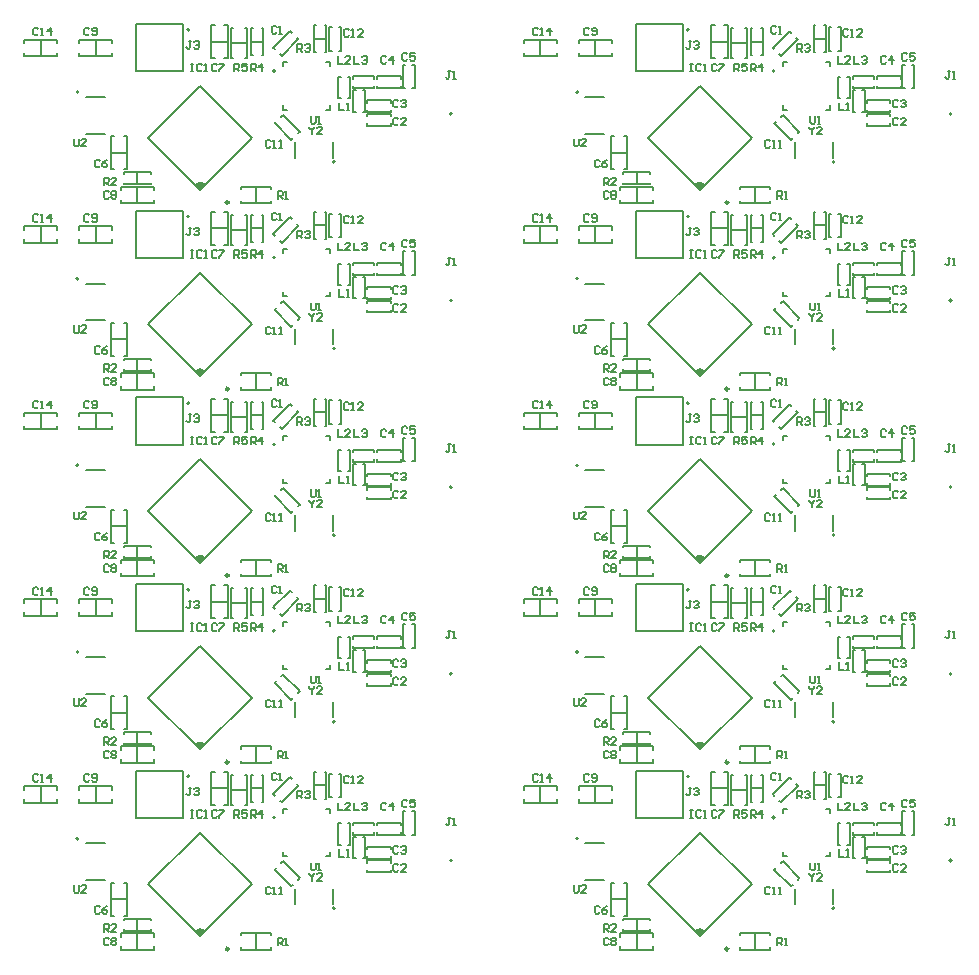
<source format=gto>
G04*
G04 #@! TF.GenerationSoftware,Altium Limited,Altium Designer,22.10.1 (41)*
G04*
G04 Layer_Color=65535*
%FSTAX24Y24*%
%MOIN*%
G70*
G04*
G04 #@! TF.SameCoordinates,45835C21-10AE-4195-8F6B-2C948669ADBA*
G04*
G04*
G04 #@! TF.FilePolarity,Positive*
G04*
G01*
G75*
%ADD52C,0.0079*%
%ADD53C,0.0098*%
%ADD54C,0.0059*%
%ADD55C,0.0050*%
%ADD56C,0.0060*%
G36*
X04076Y039128D02*
X040843Y039044D01*
X040676Y038877D01*
X040509Y039044D01*
X040593Y039128D01*
X04076Y039128D01*
D02*
G37*
G36*
X024106D02*
X02419Y039044D01*
X024023Y038877D01*
X023856Y039044D01*
X023939Y039128D01*
X024106Y039128D01*
D02*
G37*
G36*
X04076Y032907D02*
X040843Y032824D01*
X040676Y032657D01*
X040509Y032824D01*
X040593Y032907D01*
X04076Y032907D01*
D02*
G37*
G36*
X024106D02*
X02419Y032824D01*
X024023Y032657D01*
X023856Y032824D01*
X023939Y032907D01*
X024106Y032907D01*
D02*
G37*
G36*
X04076Y026687D02*
X040843Y026603D01*
X040676Y026436D01*
X040509Y026603D01*
X040593Y026687D01*
X04076Y026687D01*
D02*
G37*
G36*
X024106D02*
X02419Y026603D01*
X024023Y026436D01*
X023856Y026603D01*
X023939Y026687D01*
X024106Y026687D01*
D02*
G37*
G36*
X04076Y020466D02*
X040843Y020383D01*
X040676Y020216D01*
X040509Y020383D01*
X040593Y020466D01*
X04076Y020466D01*
D02*
G37*
G36*
X024106D02*
X02419Y020383D01*
X024023Y020216D01*
X023856Y020383D01*
X023939Y020466D01*
X024106Y020466D01*
D02*
G37*
G36*
X04076Y014246D02*
X040843Y014162D01*
X040676Y013995D01*
X040509Y014162D01*
X040593Y014246D01*
X04076Y014246D01*
D02*
G37*
G36*
X024106D02*
X02419Y014162D01*
X024023Y013995D01*
X023856Y014162D01*
X023939Y014246D01*
X024106Y014246D01*
D02*
G37*
D52*
X032417Y016521D02*
G03*
X032417Y016521I-000039J0D01*
G01*
X028512Y014921D02*
G03*
X028512Y014921I-000039J0D01*
G01*
X023662Y019321D02*
G03*
X023662Y019321I-000039J0D01*
G01*
X026519Y01795D02*
G03*
X026519Y01795I-000039J0D01*
G01*
X02419Y014162D02*
G03*
X023856Y014162I-000167J-000167D01*
G01*
X019968Y017245D02*
G03*
X019968Y017245I-000039J0D01*
G01*
X024023Y013995D02*
X025749Y015721D01*
X022297D02*
X024023Y017447D01*
X022297Y015721D02*
X024023Y013995D01*
Y017447D02*
X025749Y015721D01*
X049071Y016521D02*
G03*
X049071Y016521I-000039J0D01*
G01*
X045166Y014921D02*
G03*
X045166Y014921I-000039J0D01*
G01*
X040316Y019321D02*
G03*
X040316Y019321I-000039J0D01*
G01*
X043173Y01795D02*
G03*
X043173Y01795I-000039J0D01*
G01*
X040843Y014162D02*
G03*
X040509Y014162I-000167J-000167D01*
G01*
X036622Y017245D02*
G03*
X036622Y017245I-000039J0D01*
G01*
X040676Y013995D02*
X042402Y015721D01*
X03895D02*
X040676Y017447D01*
X03895Y015721D02*
X040676Y013995D01*
Y017447D02*
X042402Y015721D01*
X032417Y022742D02*
G03*
X032417Y022742I-000039J0D01*
G01*
X028512Y021142D02*
G03*
X028512Y021142I-000039J0D01*
G01*
X023662Y025542D02*
G03*
X023662Y025542I-000039J0D01*
G01*
X026519Y02417D02*
G03*
X026519Y02417I-000039J0D01*
G01*
X02419Y020383D02*
G03*
X023856Y020383I-000167J-000167D01*
G01*
X019968Y023466D02*
G03*
X019968Y023466I-000039J0D01*
G01*
X024023Y020216D02*
X025749Y021942D01*
X022297D02*
X024023Y023668D01*
X022297Y021942D02*
X024023Y020216D01*
Y023668D02*
X025749Y021942D01*
X049071Y022742D02*
G03*
X049071Y022742I-000039J0D01*
G01*
X045166Y021142D02*
G03*
X045166Y021142I-000039J0D01*
G01*
X040316Y025542D02*
G03*
X040316Y025542I-000039J0D01*
G01*
X043173Y02417D02*
G03*
X043173Y02417I-000039J0D01*
G01*
X040843Y020383D02*
G03*
X040509Y020383I-000167J-000167D01*
G01*
X036622Y023466D02*
G03*
X036622Y023466I-000039J0D01*
G01*
X040676Y020216D02*
X042402Y021942D01*
X03895D02*
X040676Y023668D01*
X03895Y021942D02*
X040676Y020216D01*
Y023668D02*
X042402Y021942D01*
X032417Y028962D02*
G03*
X032417Y028962I-000039J0D01*
G01*
X028512Y027362D02*
G03*
X028512Y027362I-000039J0D01*
G01*
X023662Y031762D02*
G03*
X023662Y031762I-000039J0D01*
G01*
X026519Y030391D02*
G03*
X026519Y030391I-000039J0D01*
G01*
X02419Y026603D02*
G03*
X023856Y026603I-000167J-000167D01*
G01*
X019968Y029686D02*
G03*
X019968Y029686I-000039J0D01*
G01*
X024023Y026436D02*
X025749Y028162D01*
X022297D02*
X024023Y029888D01*
X022297Y028162D02*
X024023Y026436D01*
Y029888D02*
X025749Y028162D01*
X049071Y028962D02*
G03*
X049071Y028962I-000039J0D01*
G01*
X045166Y027362D02*
G03*
X045166Y027362I-000039J0D01*
G01*
X040316Y031762D02*
G03*
X040316Y031762I-000039J0D01*
G01*
X043173Y030391D02*
G03*
X043173Y030391I-000039J0D01*
G01*
X040843Y026603D02*
G03*
X040509Y026603I-000167J-000167D01*
G01*
X036622Y029686D02*
G03*
X036622Y029686I-000039J0D01*
G01*
X040676Y026436D02*
X042402Y028162D01*
X03895D02*
X040676Y029888D01*
X03895Y028162D02*
X040676Y026436D01*
Y029888D02*
X042402Y028162D01*
X032417Y035183D02*
G03*
X032417Y035183I-000039J0D01*
G01*
X028512Y033583D02*
G03*
X028512Y033583I-000039J0D01*
G01*
X023662Y037983D02*
G03*
X023662Y037983I-000039J0D01*
G01*
X026519Y036611D02*
G03*
X026519Y036611I-000039J0D01*
G01*
X02419Y032824D02*
G03*
X023856Y032824I-000167J-000167D01*
G01*
X019968Y035907D02*
G03*
X019968Y035907I-000039J0D01*
G01*
X024023Y032657D02*
X025749Y034383D01*
X022297D02*
X024023Y036109D01*
X022297Y034383D02*
X024023Y032657D01*
Y036109D02*
X025749Y034383D01*
X049071Y035183D02*
G03*
X049071Y035183I-000039J0D01*
G01*
X045166Y033583D02*
G03*
X045166Y033583I-000039J0D01*
G01*
X040316Y037983D02*
G03*
X040316Y037983I-000039J0D01*
G01*
X043173Y036611D02*
G03*
X043173Y036611I-000039J0D01*
G01*
X040843Y032824D02*
G03*
X040509Y032824I-000167J-000167D01*
G01*
X036622Y035907D02*
G03*
X036622Y035907I-000039J0D01*
G01*
X040676Y032657D02*
X042402Y034383D01*
X03895D02*
X040676Y036109D01*
X03895Y034383D02*
X040676Y032657D01*
Y036109D02*
X042402Y034383D01*
X032417Y041403D02*
G03*
X032417Y041403I-000039J0D01*
G01*
X028512Y039803D02*
G03*
X028512Y039803I-000039J0D01*
G01*
X023662Y044203D02*
G03*
X023662Y044203I-000039J0D01*
G01*
X026519Y042832D02*
G03*
X026519Y042832I-000039J0D01*
G01*
X02419Y039044D02*
G03*
X023856Y039044I-000167J-000167D01*
G01*
X019968Y042127D02*
G03*
X019968Y042127I-000039J0D01*
G01*
X024023Y038877D02*
X025749Y040603D01*
X022297D02*
X024023Y042329D01*
X022297Y040603D02*
X024023Y038877D01*
Y042329D02*
X025749Y040603D01*
X049071Y041403D02*
G03*
X049071Y041403I-000039J0D01*
G01*
X045166Y039803D02*
G03*
X045166Y039803I-000039J0D01*
G01*
X040316Y044203D02*
G03*
X040316Y044203I-000039J0D01*
G01*
X043173Y042832D02*
G03*
X043173Y042832I-000039J0D01*
G01*
X040843Y039044D02*
G03*
X040509Y039044I-000167J-000167D01*
G01*
X036622Y042127D02*
G03*
X036622Y042127I-000039J0D01*
G01*
X040676Y038877D02*
X042402Y040603D01*
X03895D02*
X040676Y042329D01*
X03895Y040603D02*
X040676Y038877D01*
Y042329D02*
X042402Y040603D01*
D53*
X024972Y013571D02*
G03*
X024972Y013571I-000049J0D01*
G01*
X041626D02*
G03*
X041626Y013571I-000049J0D01*
G01*
X024972Y019792D02*
G03*
X024972Y019792I-000049J0D01*
G01*
X041626D02*
G03*
X041626Y019792I-000049J0D01*
G01*
X024972Y026012D02*
G03*
X024972Y026012I-000049J0D01*
G01*
X041626D02*
G03*
X041626Y026012I-000049J0D01*
G01*
X024972Y032233D02*
G03*
X024972Y032233I-000049J0D01*
G01*
X041626D02*
G03*
X041626Y032233I-000049J0D01*
G01*
X024972Y038453D02*
G03*
X024972Y038453I-000049J0D01*
G01*
X041626D02*
G03*
X041626Y038453I-000049J0D01*
G01*
D54*
X027062Y015654D02*
X027118Y015709D01*
X026505Y016211D02*
X027062Y015654D01*
X026505Y016211D02*
X026561Y016266D01*
X026728Y016433D02*
X026784Y016489D01*
X02734Y015932D01*
X027285Y015876D02*
X02734Y015932D01*
X029126Y016594D02*
X029205D01*
X029126D02*
Y017302D01*
X029205D01*
X029441D02*
X02952D01*
Y016594D02*
Y017302D01*
X029441Y016594D02*
X02952D01*
X029119Y017689D02*
Y017768D01*
X029827D01*
Y017689D02*
Y017768D01*
Y017374D02*
Y017453D01*
X029119Y017374D02*
X029827D01*
X029119D02*
Y017453D01*
X030367Y016889D02*
Y016968D01*
X029579D02*
X030367D01*
X029579Y016889D02*
Y016968D01*
Y016574D02*
Y016653D01*
Y016574D02*
X030367D01*
Y016653D01*
Y016439D02*
Y016518D01*
X029579D02*
X030367D01*
X029579Y016439D02*
Y016518D01*
Y016124D02*
Y016203D01*
Y016124D02*
X030367D01*
Y016203D01*
X028626Y017044D02*
X028705D01*
X028626D02*
Y017752D01*
X028705D01*
X028941D02*
X02902D01*
Y017044D02*
Y017752D01*
X028941Y017044D02*
X02902D01*
X030717Y017453D02*
X030717Y017374D01*
X029929D02*
X030717D01*
X029929D02*
Y017453D01*
Y017689D02*
Y017768D01*
X030717D01*
X030717Y017689D02*
X030717Y017768D01*
X030776Y017378D02*
X030855D01*
X030776D02*
Y018165D01*
X030855Y018165D01*
X031091D02*
X03117Y018165D01*
Y017378D02*
Y018165D01*
X031091Y017378D02*
X03117D01*
X028641Y019415D02*
X02872D01*
Y018628D02*
Y019415D01*
X028641Y018628D02*
X02872D01*
X028326D02*
X028405D01*
X028326D02*
Y019415D01*
X028405D01*
X027823Y019021D02*
X028223D01*
X028173Y019471D02*
X028223D01*
Y018571D02*
Y019471D01*
X028173Y018571D02*
X028223D01*
X027823D02*
X027873D01*
X027823D02*
Y019471D01*
X027873D01*
X026455Y018732D02*
X026511Y018676D01*
X026455Y018732D02*
X027012Y019289D01*
X027068Y019233D01*
X027235Y019066D02*
X02729Y019011D01*
X026734Y018454D02*
X02729Y019011D01*
X026678Y018509D02*
X026734Y018454D01*
X025723Y019371D02*
X025773Y019371D01*
X025723Y018471D02*
Y019371D01*
Y018471D02*
X025773Y018471D01*
X026073D02*
X026123Y018471D01*
Y019371D01*
X026073Y019371D02*
X026123Y019371D01*
X025723Y018921D02*
X026123D01*
X025047Y018871D02*
X025598D01*
X025523Y019371D02*
X025598D01*
Y018371D02*
Y019371D01*
X025523Y018371D02*
X025598D01*
X025047D02*
X025123D01*
X025047D02*
Y019371D01*
X025123D01*
X02109Y018879D02*
Y018997D01*
X019987D02*
X02109D01*
X019987Y018879D02*
Y018997D01*
Y018446D02*
Y018564D01*
Y018446D02*
X02109D01*
Y018564D01*
X020539Y018446D02*
Y018997D01*
X024397Y018921D02*
X024948D01*
X024397Y01837D02*
X024515D01*
X024397D02*
Y019473D01*
X024515D01*
X02483D02*
X024948D01*
Y01837D02*
Y019473D01*
X02483Y01837D02*
X024948D01*
X021923Y014171D02*
Y014571D01*
X021473Y014521D02*
X021473Y014571D01*
X022373D01*
X022373Y014521D02*
X022373Y014571D01*
X022373Y014221D02*
X022373Y014171D01*
X021473D02*
X022373D01*
X021473Y014221D02*
X021473Y014171D01*
X025373Y013546D02*
Y013621D01*
Y013546D02*
X026373D01*
X026373Y013621D01*
X026373Y014097D02*
X026373Y014021D01*
X025373Y014097D02*
X026373D01*
X025373Y014021D02*
Y014097D01*
X025873Y013546D02*
Y014097D01*
X021047Y015221D02*
X021598D01*
X02148Y015773D02*
X021598D01*
Y01467D02*
Y015773D01*
X02148Y01467D02*
X021598D01*
X021047D02*
X021165D01*
X021047D02*
Y015773D01*
X021165D01*
X019258Y018879D02*
Y018997D01*
X018156D02*
X019258D01*
X018156Y018879D02*
Y018997D01*
Y018446D02*
Y018564D01*
Y018446D02*
X019258D01*
Y018564D01*
X018707Y018446D02*
Y018997D01*
X022474Y013979D02*
Y014097D01*
X021372D02*
X022474D01*
X021372Y013979D02*
Y014097D01*
Y013546D02*
Y013664D01*
Y013546D02*
X022474D01*
Y013664D01*
X021923Y013546D02*
Y014097D01*
X043716Y015654D02*
X043771Y015709D01*
X043159Y016211D02*
X043716Y015654D01*
X043159Y016211D02*
X043215Y016266D01*
X043382Y016433D02*
X043437Y016489D01*
X043994Y015932D01*
X043938Y015876D02*
X043994Y015932D01*
X04578Y016594D02*
X045858D01*
X04578D02*
Y017302D01*
X045858D01*
X046095D02*
X046173D01*
Y016594D02*
Y017302D01*
X046095Y016594D02*
X046173D01*
X045772Y017689D02*
Y017768D01*
X046481D01*
Y017689D02*
Y017768D01*
Y017374D02*
Y017453D01*
X045772Y017374D02*
X046481D01*
X045772D02*
Y017453D01*
X04702Y016889D02*
Y016968D01*
X046233D02*
X04702D01*
X046233Y016889D02*
Y016968D01*
Y016574D02*
Y016653D01*
Y016574D02*
X04702D01*
Y016653D01*
Y016439D02*
Y016518D01*
X046233D02*
X04702D01*
X046233Y016439D02*
Y016518D01*
Y016124D02*
Y016203D01*
Y016124D02*
X04702D01*
Y016203D01*
X04528Y017044D02*
X045358D01*
X04528D02*
Y017752D01*
X045358D01*
X045595D02*
X045673D01*
Y017044D02*
Y017752D01*
X045595Y017044D02*
X045673D01*
X04737Y017453D02*
X04737Y017374D01*
X046583D02*
X04737D01*
X046583D02*
Y017453D01*
Y017689D02*
Y017768D01*
X04737D01*
X04737Y017689D02*
X04737Y017768D01*
X04743Y017378D02*
X047508D01*
X04743D02*
Y018165D01*
X047508Y018165D01*
X047745D02*
X047823Y018165D01*
Y017378D02*
Y018165D01*
X047745Y017378D02*
X047823D01*
X045295Y019415D02*
X045373D01*
Y018628D02*
Y019415D01*
X045295Y018628D02*
X045373D01*
X04498D02*
X045058D01*
X04498D02*
Y019415D01*
X045058D01*
X044476Y019021D02*
X044876D01*
X044826Y019471D02*
X044876D01*
Y018571D02*
Y019471D01*
X044826Y018571D02*
X044876D01*
X044476D02*
X044526D01*
X044476D02*
Y019471D01*
X044526D01*
X043109Y018732D02*
X043165Y018676D01*
X043109Y018732D02*
X043666Y019289D01*
X043721Y019233D01*
X043888Y019066D02*
X043944Y019011D01*
X043387Y018454D02*
X043944Y019011D01*
X043332Y018509D02*
X043387Y018454D01*
X042376Y019371D02*
X042426Y019371D01*
X042376Y018471D02*
Y019371D01*
Y018471D02*
X042426Y018471D01*
X042726D02*
X042776Y018471D01*
Y019371D01*
X042726Y019371D02*
X042776Y019371D01*
X042376Y018921D02*
X042776D01*
X041701Y018871D02*
X042252D01*
X042176Y019371D02*
X042252D01*
Y018371D02*
Y019371D01*
X042176Y018371D02*
X042252D01*
X041701D02*
X041776D01*
X041701D02*
Y019371D01*
X041776D01*
X037743Y018879D02*
Y018997D01*
X036641D02*
X037743D01*
X036641Y018879D02*
Y018997D01*
Y018446D02*
Y018564D01*
Y018446D02*
X037743D01*
Y018564D01*
X037192Y018446D02*
Y018997D01*
X041051Y018921D02*
X041602D01*
X041051Y01837D02*
X041169D01*
X041051D02*
Y019473D01*
X041169D01*
X041484D02*
X041602D01*
Y01837D02*
Y019473D01*
X041484Y01837D02*
X041602D01*
X038576Y014171D02*
Y014571D01*
X038126Y014521D02*
X038126Y014571D01*
X039026D01*
X039026Y014521D02*
X039026Y014571D01*
X039026Y014221D02*
X039026Y014171D01*
X038126D02*
X039026D01*
X038126Y014221D02*
X038126Y014171D01*
X042026Y013546D02*
Y013621D01*
Y013546D02*
X043026D01*
X043026Y013621D01*
X043026Y014097D02*
X043026Y014021D01*
X042026Y014097D02*
X043026D01*
X042026Y014021D02*
Y014097D01*
X042526Y013546D02*
Y014097D01*
X037701Y015221D02*
X038252D01*
X038134Y015773D02*
X038252D01*
Y01467D02*
Y015773D01*
X038134Y01467D02*
X038252D01*
X037701D02*
X037819D01*
X037701D02*
Y015773D01*
X037819D01*
X035912Y018879D02*
Y018997D01*
X03481D02*
X035912D01*
X03481Y018879D02*
Y018997D01*
Y018446D02*
Y018564D01*
Y018446D02*
X035912D01*
Y018564D01*
X035361Y018446D02*
Y018997D01*
X039128Y013979D02*
Y014097D01*
X038025D02*
X039128D01*
X038025Y013979D02*
Y014097D01*
Y013546D02*
Y013664D01*
Y013546D02*
X039128D01*
Y013664D01*
X038576Y013546D02*
Y014097D01*
X027062Y021874D02*
X027118Y02193D01*
X026505Y022431D02*
X027062Y021874D01*
X026505Y022431D02*
X026561Y022487D01*
X026728Y022654D02*
X026784Y022709D01*
X02734Y022153D01*
X027285Y022097D02*
X02734Y022153D01*
X029126Y022814D02*
X029205D01*
X029126D02*
Y023523D01*
X029205D01*
X029441D02*
X02952D01*
Y022814D02*
Y023523D01*
X029441Y022814D02*
X02952D01*
X029119Y02391D02*
Y023989D01*
X029827D01*
Y02391D02*
Y023989D01*
Y023595D02*
Y023674D01*
X029119Y023595D02*
X029827D01*
X029119D02*
Y023674D01*
X030367Y02311D02*
Y023189D01*
X029579D02*
X030367D01*
X029579Y02311D02*
Y023189D01*
Y022795D02*
Y022874D01*
Y022795D02*
X030367D01*
Y022874D01*
Y02266D02*
Y022739D01*
X029579D02*
X030367D01*
X029579Y02266D02*
Y022739D01*
Y022345D02*
Y022424D01*
Y022345D02*
X030367D01*
Y022424D01*
X028626Y023264D02*
X028705D01*
X028626D02*
Y023973D01*
X028705D01*
X028941D02*
X02902D01*
Y023264D02*
Y023973D01*
X028941Y023264D02*
X02902D01*
X030717Y023674D02*
X030717Y023595D01*
X029929D02*
X030717D01*
X029929D02*
Y023674D01*
Y02391D02*
Y023989D01*
X030717D01*
X030717Y02391D02*
X030717Y023989D01*
X030776Y023598D02*
X030855D01*
X030776D02*
Y024385D01*
X030855Y024385D01*
X031091D02*
X03117Y024385D01*
Y023598D02*
Y024385D01*
X031091Y023598D02*
X03117D01*
X028641Y025635D02*
X02872D01*
Y024848D02*
Y025635D01*
X028641Y024848D02*
X02872D01*
X028326D02*
X028405D01*
X028326D02*
Y025635D01*
X028405D01*
X027823Y025242D02*
X028223D01*
X028173Y025692D02*
X028223D01*
Y024792D02*
Y025692D01*
X028173Y024792D02*
X028223D01*
X027823D02*
X027873D01*
X027823D02*
Y025692D01*
X027873D01*
X026455Y024953D02*
X026511Y024897D01*
X026455Y024953D02*
X027012Y025509D01*
X027068Y025454D01*
X027235Y025287D02*
X02729Y025231D01*
X026734Y024674D02*
X02729Y025231D01*
X026678Y02473D02*
X026734Y024674D01*
X025723Y025592D02*
X025773Y025592D01*
X025723Y024692D02*
Y025592D01*
Y024692D02*
X025773Y024692D01*
X026073D02*
X026123Y024692D01*
Y025592D01*
X026073Y025592D02*
X026123Y025592D01*
X025723Y025142D02*
X026123D01*
X025047Y025092D02*
X025598D01*
X025523Y025592D02*
X025598D01*
Y024592D02*
Y025592D01*
X025523Y024592D02*
X025598D01*
X025047D02*
X025123D01*
X025047D02*
Y025592D01*
X025123D01*
X02109Y025099D02*
Y025217D01*
X019987D02*
X02109D01*
X019987Y025099D02*
Y025217D01*
Y024666D02*
Y024784D01*
Y024666D02*
X02109D01*
Y024784D01*
X020539Y024666D02*
Y025217D01*
X024397Y025142D02*
X024948D01*
X024397Y024591D02*
X024515D01*
X024397D02*
Y025693D01*
X024515D01*
X02483D02*
X024948D01*
Y024591D02*
Y025693D01*
X02483Y024591D02*
X024948D01*
X021923Y020392D02*
Y020792D01*
X021473Y020742D02*
X021473Y020792D01*
X022373D01*
X022373Y020742D02*
X022373Y020792D01*
X022373Y020442D02*
X022373Y020392D01*
X021473D02*
X022373D01*
X021473Y020442D02*
X021473Y020392D01*
X025373Y019766D02*
Y019842D01*
Y019766D02*
X026373D01*
X026373Y019842D01*
X026373Y020317D02*
X026373Y020242D01*
X025373Y020317D02*
X026373D01*
X025373Y020242D02*
Y020317D01*
X025873Y019766D02*
Y020317D01*
X021047Y021442D02*
X021598D01*
X02148Y021993D02*
X021598D01*
Y020891D02*
Y021993D01*
X02148Y020891D02*
X021598D01*
X021047D02*
X021165D01*
X021047D02*
Y021993D01*
X021165D01*
X019258Y025099D02*
Y025217D01*
X018156D02*
X019258D01*
X018156Y025099D02*
Y025217D01*
Y024666D02*
Y024784D01*
Y024666D02*
X019258D01*
Y024784D01*
X018707Y024666D02*
Y025217D01*
X022474Y020199D02*
Y020317D01*
X021372D02*
X022474D01*
X021372Y020199D02*
Y020317D01*
Y019766D02*
Y019884D01*
Y019766D02*
X022474D01*
Y019884D01*
X021923Y019766D02*
Y020317D01*
X043716Y021874D02*
X043771Y02193D01*
X043159Y022431D02*
X043716Y021874D01*
X043159Y022431D02*
X043215Y022487D01*
X043382Y022654D02*
X043437Y022709D01*
X043994Y022153D01*
X043938Y022097D02*
X043994Y022153D01*
X04578Y022814D02*
X045858D01*
X04578D02*
Y023523D01*
X045858D01*
X046095D02*
X046173D01*
Y022814D02*
Y023523D01*
X046095Y022814D02*
X046173D01*
X045772Y02391D02*
Y023989D01*
X046481D01*
Y02391D02*
Y023989D01*
Y023595D02*
Y023674D01*
X045772Y023595D02*
X046481D01*
X045772D02*
Y023674D01*
X04702Y02311D02*
Y023189D01*
X046233D02*
X04702D01*
X046233Y02311D02*
Y023189D01*
Y022795D02*
Y022874D01*
Y022795D02*
X04702D01*
Y022874D01*
Y02266D02*
Y022739D01*
X046233D02*
X04702D01*
X046233Y02266D02*
Y022739D01*
Y022345D02*
Y022424D01*
Y022345D02*
X04702D01*
Y022424D01*
X04528Y023264D02*
X045358D01*
X04528D02*
Y023973D01*
X045358D01*
X045595D02*
X045673D01*
Y023264D02*
Y023973D01*
X045595Y023264D02*
X045673D01*
X04737Y023674D02*
X04737Y023595D01*
X046583D02*
X04737D01*
X046583D02*
Y023674D01*
Y02391D02*
Y023989D01*
X04737D01*
X04737Y02391D02*
X04737Y023989D01*
X04743Y023598D02*
X047508D01*
X04743D02*
Y024385D01*
X047508Y024385D01*
X047745D02*
X047823Y024385D01*
Y023598D02*
Y024385D01*
X047745Y023598D02*
X047823D01*
X045295Y025635D02*
X045373D01*
Y024848D02*
Y025635D01*
X045295Y024848D02*
X045373D01*
X04498D02*
X045058D01*
X04498D02*
Y025635D01*
X045058D01*
X044476Y025242D02*
X044876D01*
X044826Y025692D02*
X044876D01*
Y024792D02*
Y025692D01*
X044826Y024792D02*
X044876D01*
X044476D02*
X044526D01*
X044476D02*
Y025692D01*
X044526D01*
X043109Y024953D02*
X043165Y024897D01*
X043109Y024953D02*
X043666Y025509D01*
X043721Y025454D01*
X043888Y025287D02*
X043944Y025231D01*
X043387Y024674D02*
X043944Y025231D01*
X043332Y02473D02*
X043387Y024674D01*
X042376Y025592D02*
X042426Y025592D01*
X042376Y024692D02*
Y025592D01*
Y024692D02*
X042426Y024692D01*
X042726D02*
X042776Y024692D01*
Y025592D01*
X042726Y025592D02*
X042776Y025592D01*
X042376Y025142D02*
X042776D01*
X041701Y025092D02*
X042252D01*
X042176Y025592D02*
X042252D01*
Y024592D02*
Y025592D01*
X042176Y024592D02*
X042252D01*
X041701D02*
X041776D01*
X041701D02*
Y025592D01*
X041776D01*
X037743Y025099D02*
Y025217D01*
X036641D02*
X037743D01*
X036641Y025099D02*
Y025217D01*
Y024666D02*
Y024784D01*
Y024666D02*
X037743D01*
Y024784D01*
X037192Y024666D02*
Y025217D01*
X041051Y025142D02*
X041602D01*
X041051Y024591D02*
X041169D01*
X041051D02*
Y025693D01*
X041169D01*
X041484D02*
X041602D01*
Y024591D02*
Y025693D01*
X041484Y024591D02*
X041602D01*
X038576Y020392D02*
Y020792D01*
X038126Y020742D02*
X038126Y020792D01*
X039026D01*
X039026Y020742D02*
X039026Y020792D01*
X039026Y020442D02*
X039026Y020392D01*
X038126D02*
X039026D01*
X038126Y020442D02*
X038126Y020392D01*
X042026Y019766D02*
Y019842D01*
Y019766D02*
X043026D01*
X043026Y019842D01*
X043026Y020317D02*
X043026Y020242D01*
X042026Y020317D02*
X043026D01*
X042026Y020242D02*
Y020317D01*
X042526Y019766D02*
Y020317D01*
X037701Y021442D02*
X038252D01*
X038134Y021993D02*
X038252D01*
Y020891D02*
Y021993D01*
X038134Y020891D02*
X038252D01*
X037701D02*
X037819D01*
X037701D02*
Y021993D01*
X037819D01*
X035912Y025099D02*
Y025217D01*
X03481D02*
X035912D01*
X03481Y025099D02*
Y025217D01*
Y024666D02*
Y024784D01*
Y024666D02*
X035912D01*
Y024784D01*
X035361Y024666D02*
Y025217D01*
X039128Y020199D02*
Y020317D01*
X038025D02*
X039128D01*
X038025Y020199D02*
Y020317D01*
Y019766D02*
Y019884D01*
Y019766D02*
X039128D01*
Y019884D01*
X038576Y019766D02*
Y020317D01*
X027062Y028095D02*
X027118Y02815D01*
X026505Y028651D02*
X027062Y028095D01*
X026505Y028651D02*
X026561Y028707D01*
X026728Y028874D02*
X026784Y02893D01*
X02734Y028373D01*
X027285Y028317D02*
X02734Y028373D01*
X029126Y029035D02*
X029205D01*
X029126D02*
Y029743D01*
X029205D01*
X029441D02*
X02952D01*
Y029035D02*
Y029743D01*
X029441Y029035D02*
X02952D01*
X029119Y03013D02*
Y030209D01*
X029827D01*
Y03013D02*
Y030209D01*
Y029815D02*
Y029894D01*
X029119Y029815D02*
X029827D01*
X029119D02*
Y029894D01*
X030367Y02933D02*
Y029409D01*
X029579D02*
X030367D01*
X029579Y02933D02*
Y029409D01*
Y029015D02*
Y029094D01*
Y029015D02*
X030367D01*
Y029094D01*
Y02888D02*
Y028959D01*
X029579D02*
X030367D01*
X029579Y02888D02*
Y028959D01*
Y028565D02*
Y028644D01*
Y028565D02*
X030367D01*
Y028644D01*
X028626Y029485D02*
X028705D01*
X028626D02*
Y030193D01*
X028705D01*
X028941D02*
X02902D01*
Y029485D02*
Y030193D01*
X028941Y029485D02*
X02902D01*
X030717Y029894D02*
X030717Y029815D01*
X029929D02*
X030717D01*
X029929D02*
Y029894D01*
Y03013D02*
Y030209D01*
X030717D01*
X030717Y03013D02*
X030717Y030209D01*
X030776Y029819D02*
X030855D01*
X030776D02*
Y030606D01*
X030855Y030606D01*
X031091D02*
X03117Y030606D01*
Y029819D02*
Y030606D01*
X031091Y029819D02*
X03117D01*
X028641Y031856D02*
X02872D01*
Y031069D02*
Y031856D01*
X028641Y031069D02*
X02872D01*
X028326D02*
X028405D01*
X028326D02*
Y031856D01*
X028405D01*
X027823Y031462D02*
X028223D01*
X028173Y031912D02*
X028223D01*
Y031012D02*
Y031912D01*
X028173Y031012D02*
X028223D01*
X027823D02*
X027873D01*
X027823D02*
Y031912D01*
X027873D01*
X026455Y031173D02*
X026511Y031117D01*
X026455Y031173D02*
X027012Y03173D01*
X027068Y031674D01*
X027235Y031507D02*
X02729Y031451D01*
X026734Y030895D02*
X02729Y031451D01*
X026678Y03095D02*
X026734Y030895D01*
X025723Y031812D02*
X025773Y031812D01*
X025723Y030912D02*
Y031812D01*
Y030912D02*
X025773Y030912D01*
X026073D02*
X026123Y030912D01*
Y031812D01*
X026073Y031812D02*
X026123Y031812D01*
X025723Y031362D02*
X026123D01*
X025047Y031312D02*
X025598D01*
X025523Y031812D02*
X025598D01*
Y030812D02*
Y031812D01*
X025523Y030812D02*
X025598D01*
X025047D02*
X025123D01*
X025047D02*
Y031812D01*
X025123D01*
X02109Y03132D02*
Y031438D01*
X019987D02*
X02109D01*
X019987Y03132D02*
Y031438D01*
Y030887D02*
Y031005D01*
Y030887D02*
X02109D01*
Y031005D01*
X020539Y030887D02*
Y031438D01*
X024397Y031362D02*
X024948D01*
X024397Y030811D02*
X024515D01*
X024397D02*
Y031913D01*
X024515D01*
X02483D02*
X024948D01*
Y030811D02*
Y031913D01*
X02483Y030811D02*
X024948D01*
X021923Y026612D02*
Y027012D01*
X021473Y026962D02*
X021473Y027012D01*
X022373D01*
X022373Y026962D02*
X022373Y027012D01*
X022373Y026662D02*
X022373Y026612D01*
X021473D02*
X022373D01*
X021473Y026662D02*
X021473Y026612D01*
X025373Y025987D02*
Y026062D01*
Y025987D02*
X026373D01*
X026373Y026062D01*
X026373Y026538D02*
X026373Y026462D01*
X025373Y026538D02*
X026373D01*
X025373Y026462D02*
Y026538D01*
X025873Y025987D02*
Y026538D01*
X021047Y027662D02*
X021598D01*
X02148Y028213D02*
X021598D01*
Y027111D02*
Y028213D01*
X02148Y027111D02*
X021598D01*
X021047D02*
X021165D01*
X021047D02*
Y028213D01*
X021165D01*
X019258Y03132D02*
Y031438D01*
X018156D02*
X019258D01*
X018156Y03132D02*
Y031438D01*
Y030887D02*
Y031005D01*
Y030887D02*
X019258D01*
Y031005D01*
X018707Y030887D02*
Y031438D01*
X022474Y02642D02*
Y026538D01*
X021372D02*
X022474D01*
X021372Y02642D02*
Y026538D01*
Y025987D02*
Y026105D01*
Y025987D02*
X022474D01*
Y026105D01*
X021923Y025987D02*
Y026538D01*
X043716Y028095D02*
X043771Y02815D01*
X043159Y028651D02*
X043716Y028095D01*
X043159Y028651D02*
X043215Y028707D01*
X043382Y028874D02*
X043437Y02893D01*
X043994Y028373D01*
X043938Y028317D02*
X043994Y028373D01*
X04578Y029035D02*
X045858D01*
X04578D02*
Y029743D01*
X045858D01*
X046095D02*
X046173D01*
Y029035D02*
Y029743D01*
X046095Y029035D02*
X046173D01*
X045772Y03013D02*
Y030209D01*
X046481D01*
Y03013D02*
Y030209D01*
Y029815D02*
Y029894D01*
X045772Y029815D02*
X046481D01*
X045772D02*
Y029894D01*
X04702Y02933D02*
Y029409D01*
X046233D02*
X04702D01*
X046233Y02933D02*
Y029409D01*
Y029015D02*
Y029094D01*
Y029015D02*
X04702D01*
Y029094D01*
Y02888D02*
Y028959D01*
X046233D02*
X04702D01*
X046233Y02888D02*
Y028959D01*
Y028565D02*
Y028644D01*
Y028565D02*
X04702D01*
Y028644D01*
X04528Y029485D02*
X045358D01*
X04528D02*
Y030193D01*
X045358D01*
X045595D02*
X045673D01*
Y029485D02*
Y030193D01*
X045595Y029485D02*
X045673D01*
X04737Y029894D02*
X04737Y029815D01*
X046583D02*
X04737D01*
X046583D02*
Y029894D01*
Y03013D02*
Y030209D01*
X04737D01*
X04737Y03013D02*
X04737Y030209D01*
X04743Y029819D02*
X047508D01*
X04743D02*
Y030606D01*
X047508Y030606D01*
X047745D02*
X047823Y030606D01*
Y029819D02*
Y030606D01*
X047745Y029819D02*
X047823D01*
X045295Y031856D02*
X045373D01*
Y031069D02*
Y031856D01*
X045295Y031069D02*
X045373D01*
X04498D02*
X045058D01*
X04498D02*
Y031856D01*
X045058D01*
X044476Y031462D02*
X044876D01*
X044826Y031912D02*
X044876D01*
Y031012D02*
Y031912D01*
X044826Y031012D02*
X044876D01*
X044476D02*
X044526D01*
X044476D02*
Y031912D01*
X044526D01*
X043109Y031173D02*
X043165Y031117D01*
X043109Y031173D02*
X043666Y03173D01*
X043721Y031674D01*
X043888Y031507D02*
X043944Y031451D01*
X043387Y030895D02*
X043944Y031451D01*
X043332Y03095D02*
X043387Y030895D01*
X042376Y031812D02*
X042426Y031812D01*
X042376Y030912D02*
Y031812D01*
Y030912D02*
X042426Y030912D01*
X042726D02*
X042776Y030912D01*
Y031812D01*
X042726Y031812D02*
X042776Y031812D01*
X042376Y031362D02*
X042776D01*
X041701Y031312D02*
X042252D01*
X042176Y031812D02*
X042252D01*
Y030812D02*
Y031812D01*
X042176Y030812D02*
X042252D01*
X041701D02*
X041776D01*
X041701D02*
Y031812D01*
X041776D01*
X037743Y03132D02*
Y031438D01*
X036641D02*
X037743D01*
X036641Y03132D02*
Y031438D01*
Y030887D02*
Y031005D01*
Y030887D02*
X037743D01*
Y031005D01*
X037192Y030887D02*
Y031438D01*
X041051Y031362D02*
X041602D01*
X041051Y030811D02*
X041169D01*
X041051D02*
Y031913D01*
X041169D01*
X041484D02*
X041602D01*
Y030811D02*
Y031913D01*
X041484Y030811D02*
X041602D01*
X038576Y026612D02*
Y027012D01*
X038126Y026962D02*
X038126Y027012D01*
X039026D01*
X039026Y026962D02*
X039026Y027012D01*
X039026Y026662D02*
X039026Y026612D01*
X038126D02*
X039026D01*
X038126Y026662D02*
X038126Y026612D01*
X042026Y025987D02*
Y026062D01*
Y025987D02*
X043026D01*
X043026Y026062D01*
X043026Y026538D02*
X043026Y026462D01*
X042026Y026538D02*
X043026D01*
X042026Y026462D02*
Y026538D01*
X042526Y025987D02*
Y026538D01*
X037701Y027662D02*
X038252D01*
X038134Y028213D02*
X038252D01*
Y027111D02*
Y028213D01*
X038134Y027111D02*
X038252D01*
X037701D02*
X037819D01*
X037701D02*
Y028213D01*
X037819D01*
X035912Y03132D02*
Y031438D01*
X03481D02*
X035912D01*
X03481Y03132D02*
Y031438D01*
Y030887D02*
Y031005D01*
Y030887D02*
X035912D01*
Y031005D01*
X035361Y030887D02*
Y031438D01*
X039128Y02642D02*
Y026538D01*
X038025D02*
X039128D01*
X038025Y02642D02*
Y026538D01*
Y025987D02*
Y026105D01*
Y025987D02*
X039128D01*
Y026105D01*
X038576Y025987D02*
Y026538D01*
X027062Y034315D02*
X027118Y034371D01*
X026505Y034872D02*
X027062Y034315D01*
X026505Y034872D02*
X026561Y034928D01*
X026728Y035095D02*
X026784Y03515D01*
X02734Y034594D01*
X027285Y034538D02*
X02734Y034594D01*
X029126Y035255D02*
X029205D01*
X029126D02*
Y035964D01*
X029205D01*
X029441D02*
X02952D01*
Y035255D02*
Y035964D01*
X029441Y035255D02*
X02952D01*
X029119Y036351D02*
Y03643D01*
X029827D01*
Y036351D02*
Y03643D01*
Y036036D02*
Y036115D01*
X029119Y036036D02*
X029827D01*
X029119D02*
Y036115D01*
X030367Y035551D02*
Y03563D01*
X029579D02*
X030367D01*
X029579Y035551D02*
Y03563D01*
Y035236D02*
Y035315D01*
Y035236D02*
X030367D01*
Y035315D01*
Y035101D02*
Y03518D01*
X029579D02*
X030367D01*
X029579Y035101D02*
Y03518D01*
Y034786D02*
Y034865D01*
Y034786D02*
X030367D01*
Y034865D01*
X028626Y035705D02*
X028705D01*
X028626D02*
Y036414D01*
X028705D01*
X028941D02*
X02902D01*
Y035705D02*
Y036414D01*
X028941Y035705D02*
X02902D01*
X030717Y036115D02*
X030717Y036036D01*
X029929D02*
X030717D01*
X029929D02*
Y036115D01*
Y036351D02*
Y03643D01*
X030717D01*
X030717Y036351D02*
X030717Y03643D01*
X030776Y036039D02*
X030855D01*
X030776D02*
Y036826D01*
X030855Y036826D01*
X031091D02*
X03117Y036826D01*
Y036039D02*
Y036826D01*
X031091Y036039D02*
X03117D01*
X028641Y038076D02*
X02872D01*
Y037289D02*
Y038076D01*
X028641Y037289D02*
X02872D01*
X028326D02*
X028405D01*
X028326D02*
Y038076D01*
X028405D01*
X027823Y037683D02*
X028223D01*
X028173Y038133D02*
X028223D01*
Y037233D02*
Y038133D01*
X028173Y037233D02*
X028223D01*
X027823D02*
X027873D01*
X027823D02*
Y038133D01*
X027873D01*
X026455Y037394D02*
X026511Y037338D01*
X026455Y037394D02*
X027012Y03795D01*
X027068Y037895D01*
X027235Y037728D02*
X02729Y037672D01*
X026734Y037115D02*
X02729Y037672D01*
X026678Y037171D02*
X026734Y037115D01*
X025723Y038033D02*
X025773Y038033D01*
X025723Y037133D02*
Y038033D01*
Y037133D02*
X025773Y037133D01*
X026073D02*
X026123Y037133D01*
Y038033D01*
X026073Y038033D02*
X026123Y038033D01*
X025723Y037583D02*
X026123D01*
X025047Y037533D02*
X025598D01*
X025523Y038033D02*
X025598D01*
Y037033D02*
Y038033D01*
X025523Y037033D02*
X025598D01*
X025047D02*
X025123D01*
X025047D02*
Y038033D01*
X025123D01*
X02109Y03754D02*
Y037658D01*
X019987D02*
X02109D01*
X019987Y03754D02*
Y037658D01*
Y037107D02*
Y037225D01*
Y037107D02*
X02109D01*
Y037225D01*
X020539Y037107D02*
Y037658D01*
X024397Y037583D02*
X024948D01*
X024397Y037032D02*
X024515D01*
X024397D02*
Y038134D01*
X024515D01*
X02483D02*
X024948D01*
Y037032D02*
Y038134D01*
X02483Y037032D02*
X024948D01*
X021923Y032833D02*
Y033233D01*
X021473Y033183D02*
X021473Y033233D01*
X022373D01*
X022373Y033183D02*
X022373Y033233D01*
X022373Y032883D02*
X022373Y032833D01*
X021473D02*
X022373D01*
X021473Y032883D02*
X021473Y032833D01*
X025373Y032207D02*
Y032283D01*
Y032207D02*
X026373D01*
X026373Y032283D01*
X026373Y032758D02*
X026373Y032683D01*
X025373Y032758D02*
X026373D01*
X025373Y032683D02*
Y032758D01*
X025873Y032207D02*
Y032758D01*
X021047Y033883D02*
X021598D01*
X02148Y034434D02*
X021598D01*
Y033332D02*
Y034434D01*
X02148Y033332D02*
X021598D01*
X021047D02*
X021165D01*
X021047D02*
Y034434D01*
X021165D01*
X019258Y03754D02*
Y037658D01*
X018156D02*
X019258D01*
X018156Y03754D02*
Y037658D01*
Y037107D02*
Y037225D01*
Y037107D02*
X019258D01*
Y037225D01*
X018707Y037107D02*
Y037658D01*
X022474Y03264D02*
Y032758D01*
X021372D02*
X022474D01*
X021372Y03264D02*
Y032758D01*
Y032207D02*
Y032325D01*
Y032207D02*
X022474D01*
Y032325D01*
X021923Y032207D02*
Y032758D01*
X043716Y034315D02*
X043771Y034371D01*
X043159Y034872D02*
X043716Y034315D01*
X043159Y034872D02*
X043215Y034928D01*
X043382Y035095D02*
X043437Y03515D01*
X043994Y034594D01*
X043938Y034538D02*
X043994Y034594D01*
X04578Y035255D02*
X045858D01*
X04578D02*
Y035964D01*
X045858D01*
X046095D02*
X046173D01*
Y035255D02*
Y035964D01*
X046095Y035255D02*
X046173D01*
X045772Y036351D02*
Y03643D01*
X046481D01*
Y036351D02*
Y03643D01*
Y036036D02*
Y036115D01*
X045772Y036036D02*
X046481D01*
X045772D02*
Y036115D01*
X04702Y035551D02*
Y03563D01*
X046233D02*
X04702D01*
X046233Y035551D02*
Y03563D01*
Y035236D02*
Y035315D01*
Y035236D02*
X04702D01*
Y035315D01*
Y035101D02*
Y03518D01*
X046233D02*
X04702D01*
X046233Y035101D02*
Y03518D01*
Y034786D02*
Y034865D01*
Y034786D02*
X04702D01*
Y034865D01*
X04528Y035705D02*
X045358D01*
X04528D02*
Y036414D01*
X045358D01*
X045595D02*
X045673D01*
Y035705D02*
Y036414D01*
X045595Y035705D02*
X045673D01*
X04737Y036115D02*
X04737Y036036D01*
X046583D02*
X04737D01*
X046583D02*
Y036115D01*
Y036351D02*
Y03643D01*
X04737D01*
X04737Y036351D02*
X04737Y03643D01*
X04743Y036039D02*
X047508D01*
X04743D02*
Y036826D01*
X047508Y036826D01*
X047745D02*
X047823Y036826D01*
Y036039D02*
Y036826D01*
X047745Y036039D02*
X047823D01*
X045295Y038076D02*
X045373D01*
Y037289D02*
Y038076D01*
X045295Y037289D02*
X045373D01*
X04498D02*
X045058D01*
X04498D02*
Y038076D01*
X045058D01*
X044476Y037683D02*
X044876D01*
X044826Y038133D02*
X044876D01*
Y037233D02*
Y038133D01*
X044826Y037233D02*
X044876D01*
X044476D02*
X044526D01*
X044476D02*
Y038133D01*
X044526D01*
X043109Y037394D02*
X043165Y037338D01*
X043109Y037394D02*
X043666Y03795D01*
X043721Y037895D01*
X043888Y037728D02*
X043944Y037672D01*
X043387Y037115D02*
X043944Y037672D01*
X043332Y037171D02*
X043387Y037115D01*
X042376Y038033D02*
X042426Y038033D01*
X042376Y037133D02*
Y038033D01*
Y037133D02*
X042426Y037133D01*
X042726D02*
X042776Y037133D01*
Y038033D01*
X042726Y038033D02*
X042776Y038033D01*
X042376Y037583D02*
X042776D01*
X041701Y037533D02*
X042252D01*
X042176Y038033D02*
X042252D01*
Y037033D02*
Y038033D01*
X042176Y037033D02*
X042252D01*
X041701D02*
X041776D01*
X041701D02*
Y038033D01*
X041776D01*
X037743Y03754D02*
Y037658D01*
X036641D02*
X037743D01*
X036641Y03754D02*
Y037658D01*
Y037107D02*
Y037225D01*
Y037107D02*
X037743D01*
Y037225D01*
X037192Y037107D02*
Y037658D01*
X041051Y037583D02*
X041602D01*
X041051Y037032D02*
X041169D01*
X041051D02*
Y038134D01*
X041169D01*
X041484D02*
X041602D01*
Y037032D02*
Y038134D01*
X041484Y037032D02*
X041602D01*
X038576Y032833D02*
Y033233D01*
X038126Y033183D02*
X038126Y033233D01*
X039026D01*
X039026Y033183D02*
X039026Y033233D01*
X039026Y032883D02*
X039026Y032833D01*
X038126D02*
X039026D01*
X038126Y032883D02*
X038126Y032833D01*
X042026Y032207D02*
Y032283D01*
Y032207D02*
X043026D01*
X043026Y032283D01*
X043026Y032758D02*
X043026Y032683D01*
X042026Y032758D02*
X043026D01*
X042026Y032683D02*
Y032758D01*
X042526Y032207D02*
Y032758D01*
X037701Y033883D02*
X038252D01*
X038134Y034434D02*
X038252D01*
Y033332D02*
Y034434D01*
X038134Y033332D02*
X038252D01*
X037701D02*
X037819D01*
X037701D02*
Y034434D01*
X037819D01*
X035912Y03754D02*
Y037658D01*
X03481D02*
X035912D01*
X03481Y03754D02*
Y037658D01*
Y037107D02*
Y037225D01*
Y037107D02*
X035912D01*
Y037225D01*
X035361Y037107D02*
Y037658D01*
X039128Y03264D02*
Y032758D01*
X038025D02*
X039128D01*
X038025Y03264D02*
Y032758D01*
Y032207D02*
Y032325D01*
Y032207D02*
X039128D01*
Y032325D01*
X038576Y032207D02*
Y032758D01*
X027062Y040536D02*
X027118Y040591D01*
X026505Y041092D02*
X027062Y040536D01*
X026505Y041092D02*
X026561Y041148D01*
X026728Y041315D02*
X026784Y041371D01*
X02734Y040814D01*
X027285Y040758D02*
X02734Y040814D01*
X029126Y041476D02*
X029205D01*
X029126D02*
Y042184D01*
X029205D01*
X029441D02*
X02952D01*
Y041476D02*
Y042184D01*
X029441Y041476D02*
X02952D01*
X029119Y042571D02*
Y04265D01*
X029827D01*
Y042571D02*
Y04265D01*
Y042256D02*
Y042335D01*
X029119Y042256D02*
X029827D01*
X029119D02*
Y042335D01*
X030367Y041771D02*
Y04185D01*
X029579D02*
X030367D01*
X029579Y041771D02*
Y04185D01*
Y041456D02*
Y041535D01*
Y041456D02*
X030367D01*
Y041535D01*
Y041321D02*
Y0414D01*
X029579D02*
X030367D01*
X029579Y041321D02*
Y0414D01*
Y041006D02*
Y041085D01*
Y041006D02*
X030367D01*
Y041085D01*
X028626Y041926D02*
X028705D01*
X028626D02*
Y042634D01*
X028705D01*
X028941D02*
X02902D01*
Y041926D02*
Y042634D01*
X028941Y041926D02*
X02902D01*
X030717Y042335D02*
X030717Y042256D01*
X029929D02*
X030717D01*
X029929D02*
Y042335D01*
Y042571D02*
Y04265D01*
X030717D01*
X030717Y042571D02*
X030717Y04265D01*
X030776Y04226D02*
X030855D01*
X030776D02*
Y043047D01*
X030855Y043047D01*
X031091D02*
X03117Y043047D01*
Y04226D02*
Y043047D01*
X031091Y04226D02*
X03117D01*
X028641Y044297D02*
X02872D01*
Y04351D02*
Y044297D01*
X028641Y04351D02*
X02872D01*
X028326D02*
X028405D01*
X028326D02*
Y044297D01*
X028405D01*
X027823Y043903D02*
X028223D01*
X028173Y044353D02*
X028223D01*
Y043453D02*
Y044353D01*
X028173Y043453D02*
X028223D01*
X027823D02*
X027873D01*
X027823D02*
Y044353D01*
X027873D01*
X026455Y043614D02*
X026511Y043558D01*
X026455Y043614D02*
X027012Y044171D01*
X027068Y044115D01*
X027235Y043948D02*
X02729Y043892D01*
X026734Y043336D02*
X02729Y043892D01*
X026678Y043391D02*
X026734Y043336D01*
X025723Y044253D02*
X025773Y044253D01*
X025723Y043353D02*
Y044253D01*
Y043353D02*
X025773Y043353D01*
X026073D02*
X026123Y043353D01*
Y044253D01*
X026073Y044253D02*
X026123Y044253D01*
X025723Y043803D02*
X026123D01*
X025047Y043753D02*
X025598D01*
X025523Y044253D02*
X025598D01*
Y043253D02*
Y044253D01*
X025523Y043253D02*
X025598D01*
X025047D02*
X025123D01*
X025047D02*
Y044253D01*
X025123D01*
X02109Y043761D02*
Y043879D01*
X019987D02*
X02109D01*
X019987Y043761D02*
Y043879D01*
Y043328D02*
Y043446D01*
Y043328D02*
X02109D01*
Y043446D01*
X020539Y043328D02*
Y043879D01*
X024397Y043803D02*
X024948D01*
X024397Y043252D02*
X024515D01*
X024397D02*
Y044354D01*
X024515D01*
X02483D02*
X024948D01*
Y043252D02*
Y044354D01*
X02483Y043252D02*
X024948D01*
X021923Y039053D02*
Y039453D01*
X021473Y039403D02*
X021473Y039453D01*
X022373D01*
X022373Y039403D02*
X022373Y039453D01*
X022373Y039103D02*
X022373Y039053D01*
X021473D02*
X022373D01*
X021473Y039103D02*
X021473Y039053D01*
X025373Y038428D02*
Y038503D01*
Y038428D02*
X026373D01*
X026373Y038503D01*
X026373Y038979D02*
X026373Y038903D01*
X025373Y038979D02*
X026373D01*
X025373Y038903D02*
Y038979D01*
X025873Y038428D02*
Y038979D01*
X021047Y040103D02*
X021598D01*
X02148Y040654D02*
X021598D01*
Y039552D02*
Y040654D01*
X02148Y039552D02*
X021598D01*
X021047D02*
X021165D01*
X021047D02*
Y040654D01*
X021165D01*
X019258Y043761D02*
Y043879D01*
X018156D02*
X019258D01*
X018156Y043761D02*
Y043879D01*
Y043328D02*
Y043446D01*
Y043328D02*
X019258D01*
Y043446D01*
X018707Y043328D02*
Y043879D01*
X022474Y038861D02*
Y038979D01*
X021372D02*
X022474D01*
X021372Y038861D02*
Y038979D01*
Y038428D02*
Y038546D01*
Y038428D02*
X022474D01*
Y038546D01*
X021923Y038428D02*
Y038979D01*
X043716Y040536D02*
X043771Y040591D01*
X043159Y041092D02*
X043716Y040536D01*
X043159Y041092D02*
X043215Y041148D01*
X043382Y041315D02*
X043437Y041371D01*
X043994Y040814D01*
X043938Y040758D02*
X043994Y040814D01*
X04578Y041476D02*
X045858D01*
X04578D02*
Y042184D01*
X045858D01*
X046095D02*
X046173D01*
Y041476D02*
Y042184D01*
X046095Y041476D02*
X046173D01*
X045772Y042571D02*
Y04265D01*
X046481D01*
Y042571D02*
Y04265D01*
Y042256D02*
Y042335D01*
X045772Y042256D02*
X046481D01*
X045772D02*
Y042335D01*
X04702Y041771D02*
Y04185D01*
X046233D02*
X04702D01*
X046233Y041771D02*
Y04185D01*
Y041456D02*
Y041535D01*
Y041456D02*
X04702D01*
Y041535D01*
Y041321D02*
Y0414D01*
X046233D02*
X04702D01*
X046233Y041321D02*
Y0414D01*
Y041006D02*
Y041085D01*
Y041006D02*
X04702D01*
Y041085D01*
X04528Y041926D02*
X045358D01*
X04528D02*
Y042634D01*
X045358D01*
X045595D02*
X045673D01*
Y041926D02*
Y042634D01*
X045595Y041926D02*
X045673D01*
X04737Y042335D02*
X04737Y042256D01*
X046583D02*
X04737D01*
X046583D02*
Y042335D01*
Y042571D02*
Y04265D01*
X04737D01*
X04737Y042571D02*
X04737Y04265D01*
X04743Y04226D02*
X047508D01*
X04743D02*
Y043047D01*
X047508Y043047D01*
X047745D02*
X047823Y043047D01*
Y04226D02*
Y043047D01*
X047745Y04226D02*
X047823D01*
X045295Y044297D02*
X045373D01*
Y04351D02*
Y044297D01*
X045295Y04351D02*
X045373D01*
X04498D02*
X045058D01*
X04498D02*
Y044297D01*
X045058D01*
X044476Y043903D02*
X044876D01*
X044826Y044353D02*
X044876D01*
Y043453D02*
Y044353D01*
X044826Y043453D02*
X044876D01*
X044476D02*
X044526D01*
X044476D02*
Y044353D01*
X044526D01*
X043109Y043614D02*
X043165Y043558D01*
X043109Y043614D02*
X043666Y044171D01*
X043721Y044115D01*
X043888Y043948D02*
X043944Y043892D01*
X043387Y043336D02*
X043944Y043892D01*
X043332Y043391D02*
X043387Y043336D01*
X042376Y044253D02*
X042426Y044253D01*
X042376Y043353D02*
Y044253D01*
Y043353D02*
X042426Y043353D01*
X042726D02*
X042776Y043353D01*
Y044253D01*
X042726Y044253D02*
X042776Y044253D01*
X042376Y043803D02*
X042776D01*
X041701Y043753D02*
X042252D01*
X042176Y044253D02*
X042252D01*
Y043253D02*
Y044253D01*
X042176Y043253D02*
X042252D01*
X041701D02*
X041776D01*
X041701D02*
Y044253D01*
X041776D01*
X037743Y043761D02*
Y043879D01*
X036641D02*
X037743D01*
X036641Y043761D02*
Y043879D01*
Y043328D02*
Y043446D01*
Y043328D02*
X037743D01*
Y043446D01*
X037192Y043328D02*
Y043879D01*
X041051Y043803D02*
X041602D01*
X041051Y043252D02*
X041169D01*
X041051D02*
Y044354D01*
X041169D01*
X041484D02*
X041602D01*
Y043252D02*
Y044354D01*
X041484Y043252D02*
X041602D01*
X038576Y039053D02*
Y039453D01*
X038126Y039403D02*
X038126Y039453D01*
X039026D01*
X039026Y039403D02*
X039026Y039453D01*
X039026Y039103D02*
X039026Y039053D01*
X038126D02*
X039026D01*
X038126Y039103D02*
X038126Y039053D01*
X042026Y038428D02*
Y038503D01*
Y038428D02*
X043026D01*
X043026Y038503D01*
X043026Y038979D02*
X043026Y038903D01*
X042026Y038979D02*
X043026D01*
X042026Y038903D02*
Y038979D01*
X042526Y038428D02*
Y038979D01*
X037701Y040103D02*
X038252D01*
X038134Y040654D02*
X038252D01*
Y039552D02*
Y040654D01*
X038134Y039552D02*
X038252D01*
X037701D02*
X037819D01*
X037701D02*
Y040654D01*
X037819D01*
X035912Y043761D02*
Y043879D01*
X03481D02*
X035912D01*
X03481Y043761D02*
Y043879D01*
Y043328D02*
Y043446D01*
Y043328D02*
X035912D01*
Y043446D01*
X035361Y043328D02*
Y043879D01*
X039128Y038861D02*
Y038979D01*
X038025D02*
X039128D01*
X038025Y038861D02*
Y038979D01*
Y038428D02*
Y038546D01*
Y038428D02*
X039128D01*
Y038546D01*
X038576Y038428D02*
Y038979D01*
D55*
X028453Y015065D02*
Y015577D01*
X027193Y015065D02*
Y015577D01*
X021886Y017934D02*
X02346D01*
X021886Y019509D02*
X02346D01*
Y017934D02*
Y019509D01*
X021886Y017934D02*
Y019509D01*
X026779Y018103D02*
Y018241D01*
Y016666D02*
Y016804D01*
X028354Y018103D02*
Y018241D01*
Y016666D02*
Y016804D01*
X026779Y018241D02*
X026917D01*
X026779Y016666D02*
X026917D01*
X028216Y018241D02*
X028354D01*
X028216Y016666D02*
X028354D01*
X020203Y017087D02*
X020843D01*
X020203Y015855D02*
X020843D01*
X045106Y015065D02*
Y015577D01*
X043847Y015065D02*
Y015577D01*
X038539Y017934D02*
X040114D01*
X038539Y019509D02*
X040114D01*
Y017934D02*
Y019509D01*
X038539Y017934D02*
Y019509D01*
X043433Y018103D02*
Y018241D01*
Y016666D02*
Y016804D01*
X045008Y018103D02*
Y018241D01*
Y016666D02*
Y016804D01*
X043433Y018241D02*
X043571D01*
X043433Y016666D02*
X043571D01*
X04487Y018241D02*
X045008D01*
X04487Y016666D02*
X045008D01*
X036857Y017087D02*
X037496D01*
X036857Y015855D02*
X037496D01*
X028453Y021286D02*
Y021798D01*
X027193Y021286D02*
Y021798D01*
X021886Y024154D02*
X02346D01*
X021886Y025729D02*
X02346D01*
Y024154D02*
Y025729D01*
X021886Y024154D02*
Y025729D01*
X026779Y024324D02*
Y024461D01*
Y022887D02*
Y023024D01*
X028354Y024324D02*
Y024461D01*
Y022887D02*
Y023024D01*
X026779Y024461D02*
X026917D01*
X026779Y022887D02*
X026917D01*
X028216Y024461D02*
X028354D01*
X028216Y022887D02*
X028354D01*
X020203Y023308D02*
X020843D01*
X020203Y022076D02*
X020843D01*
X045106Y021286D02*
Y021798D01*
X043847Y021286D02*
Y021798D01*
X038539Y024154D02*
X040114D01*
X038539Y025729D02*
X040114D01*
Y024154D02*
Y025729D01*
X038539Y024154D02*
Y025729D01*
X043433Y024324D02*
Y024461D01*
Y022887D02*
Y023024D01*
X045008Y024324D02*
Y024461D01*
Y022887D02*
Y023024D01*
X043433Y024461D02*
X043571D01*
X043433Y022887D02*
X043571D01*
X04487Y024461D02*
X045008D01*
X04487Y022887D02*
X045008D01*
X036857Y023308D02*
X037496D01*
X036857Y022076D02*
X037496D01*
X028453Y027506D02*
Y028018D01*
X027193Y027506D02*
Y028018D01*
X021886Y030375D02*
X02346D01*
X021886Y03195D02*
X02346D01*
Y030375D02*
Y03195D01*
X021886Y030375D02*
Y03195D01*
X026779Y030544D02*
Y030682D01*
Y029107D02*
Y029245D01*
X028354Y030544D02*
Y030682D01*
Y029107D02*
Y029245D01*
X026779Y030682D02*
X026917D01*
X026779Y029107D02*
X026917D01*
X028216Y030682D02*
X028354D01*
X028216Y029107D02*
X028354D01*
X020203Y029528D02*
X020843D01*
X020203Y028296D02*
X020843D01*
X045106Y027506D02*
Y028018D01*
X043847Y027506D02*
Y028018D01*
X038539Y030375D02*
X040114D01*
X038539Y03195D02*
X040114D01*
Y030375D02*
Y03195D01*
X038539Y030375D02*
Y03195D01*
X043433Y030544D02*
Y030682D01*
Y029107D02*
Y029245D01*
X045008Y030544D02*
Y030682D01*
Y029107D02*
Y029245D01*
X043433Y030682D02*
X043571D01*
X043433Y029107D02*
X043571D01*
X04487Y030682D02*
X045008D01*
X04487Y029107D02*
X045008D01*
X036857Y029528D02*
X037496D01*
X036857Y028296D02*
X037496D01*
X028453Y033727D02*
Y034239D01*
X027193Y033727D02*
Y034239D01*
X021886Y036595D02*
X02346D01*
X021886Y03817D02*
X02346D01*
Y036595D02*
Y03817D01*
X021886Y036595D02*
Y03817D01*
X026779Y036765D02*
Y036902D01*
Y035328D02*
Y035465D01*
X028354Y036765D02*
Y036902D01*
Y035328D02*
Y035465D01*
X026779Y036902D02*
X026917D01*
X026779Y035328D02*
X026917D01*
X028216Y036902D02*
X028354D01*
X028216Y035328D02*
X028354D01*
X020203Y035749D02*
X020843D01*
X020203Y034517D02*
X020843D01*
X045106Y033727D02*
Y034239D01*
X043847Y033727D02*
Y034239D01*
X038539Y036595D02*
X040114D01*
X038539Y03817D02*
X040114D01*
Y036595D02*
Y03817D01*
X038539Y036595D02*
Y03817D01*
X043433Y036765D02*
Y036902D01*
Y035328D02*
Y035465D01*
X045008Y036765D02*
Y036902D01*
Y035328D02*
Y035465D01*
X043433Y036902D02*
X043571D01*
X043433Y035328D02*
X043571D01*
X04487Y036902D02*
X045008D01*
X04487Y035328D02*
X045008D01*
X036857Y035749D02*
X037496D01*
X036857Y034517D02*
X037496D01*
X028453Y039947D02*
Y040459D01*
X027193Y039947D02*
Y040459D01*
X021886Y042816D02*
X02346D01*
X021886Y044391D02*
X02346D01*
Y042816D02*
Y044391D01*
X021886Y042816D02*
Y044391D01*
X026779Y042985D02*
Y043123D01*
Y041548D02*
Y041686D01*
X028354Y042985D02*
Y043123D01*
Y041548D02*
Y041686D01*
X026779Y043123D02*
X026917D01*
X026779Y041548D02*
X026917D01*
X028216Y043123D02*
X028354D01*
X028216Y041548D02*
X028354D01*
X020203Y041969D02*
X020843D01*
X020203Y040737D02*
X020843D01*
X045106Y039947D02*
Y040459D01*
X043847Y039947D02*
Y040459D01*
X038539Y042816D02*
X040114D01*
X038539Y044391D02*
X040114D01*
Y042816D02*
Y044391D01*
X038539Y042816D02*
Y044391D01*
X043433Y042985D02*
Y043123D01*
Y041548D02*
Y041686D01*
X045008Y042985D02*
Y043123D01*
Y041548D02*
Y041686D01*
X043433Y043123D02*
X043571D01*
X043433Y041548D02*
X043571D01*
X04487Y043123D02*
X045008D01*
X04487Y041548D02*
X045008D01*
X036857Y041969D02*
X037496D01*
X036857Y040737D02*
X037496D01*
D56*
X023731Y018946D02*
X023648D01*
X02369D01*
Y018738D01*
X023648Y018696D01*
X023606D01*
X023565Y018738D01*
X023815Y018905D02*
X023856Y018946D01*
X02394D01*
X023981Y018905D01*
Y018863D01*
X02394Y018821D01*
X023898D01*
X02394D01*
X023981Y01878D01*
Y018738D01*
X02394Y018696D01*
X023856D01*
X023815Y018738D01*
X032373Y017946D02*
X03229D01*
X032331D01*
Y017738D01*
X03229Y017696D01*
X032248D01*
X032206Y017738D01*
X032456Y017696D02*
X03254D01*
X032498D01*
Y017946D01*
X032456Y017905D01*
X025165Y017946D02*
Y018196D01*
X02529D01*
X025331Y018155D01*
Y018071D01*
X02529Y01803D01*
X025165D01*
X025248D02*
X025331Y017946D01*
X025581Y018196D02*
X025415D01*
Y018071D01*
X025498Y018113D01*
X02554D01*
X025581Y018071D01*
Y017988D01*
X02554Y017946D01*
X025456D01*
X025415Y017988D01*
X020981Y013905D02*
X02094Y013946D01*
X020856D01*
X020815Y013905D01*
Y013738D01*
X020856Y013696D01*
X02094D01*
X020981Y013738D01*
X021065Y013905D02*
X021106Y013946D01*
X02119D01*
X021231Y013905D01*
Y013863D01*
X02119Y013821D01*
X021231Y01378D01*
Y013738D01*
X02119Y013696D01*
X021106D01*
X021065Y013738D01*
Y01378D01*
X021106Y013821D01*
X021065Y013863D01*
Y013905D01*
X021106Y013821D02*
X02119D01*
X024581Y018155D02*
X02454Y018196D01*
X024456D01*
X024415Y018155D01*
Y017988D01*
X024456Y017946D01*
X02454D01*
X024581Y017988D01*
X024665Y018196D02*
X024831D01*
Y018155D01*
X024665Y017988D01*
Y017946D01*
X020681Y014955D02*
X02064Y014996D01*
X020556D01*
X020515Y014955D01*
Y014788D01*
X020556Y014746D01*
X02064D01*
X020681Y014788D01*
X020931Y014996D02*
X020848Y014955D01*
X020765Y014871D01*
Y014788D01*
X020806Y014746D01*
X02089D01*
X020931Y014788D01*
Y01483D01*
X02089Y014871D01*
X020765D01*
X027665Y016096D02*
Y016055D01*
X027748Y015971D01*
X027831Y016055D01*
Y016096D01*
X027748Y015971D02*
Y015846D01*
X028081D02*
X027915D01*
X028081Y016013D01*
Y016055D01*
X02804Y016096D01*
X027956D01*
X027915Y016055D01*
X027706Y016446D02*
Y016238D01*
X027748Y016196D01*
X027831D01*
X027873Y016238D01*
Y016446D01*
X027956Y016196D02*
X02804D01*
X027998D01*
Y016446D01*
X027956Y016405D01*
X027265Y018596D02*
Y018846D01*
X02739D01*
X027431Y018805D01*
Y018721D01*
X02739Y01868D01*
X027265D01*
X027348D02*
X027431Y018596D01*
X027515Y018805D02*
X027556Y018846D01*
X02764D01*
X027681Y018805D01*
Y018763D01*
X02764Y018721D01*
X027598D01*
X02764D01*
X027681Y01868D01*
Y018638D01*
X02764Y018596D01*
X027556D01*
X027515Y018638D01*
X029165Y018446D02*
Y018196D01*
X029331D01*
X029415Y018405D02*
X029456Y018446D01*
X02954D01*
X029581Y018405D01*
Y018363D01*
X02954Y018321D01*
X029498D01*
X02954D01*
X029581Y01828D01*
Y018238D01*
X02954Y018196D01*
X029456D01*
X029415Y018238D01*
X028615Y018446D02*
Y018196D01*
X028781D01*
X029031D02*
X028865D01*
X029031Y018363D01*
Y018405D01*
X02899Y018446D01*
X028906D01*
X028865Y018405D01*
X028656Y016896D02*
Y016646D01*
X028823D01*
X028906D02*
X02899D01*
X028948D01*
Y016896D01*
X028906Y016855D01*
X028977Y019305D02*
X028935Y019346D01*
X028852D01*
X028811Y019305D01*
Y019138D01*
X028852Y019096D01*
X028935D01*
X028977Y019138D01*
X02906Y019096D02*
X029144D01*
X029102D01*
Y019346D01*
X02906Y019305D01*
X029435Y019096D02*
X029269D01*
X029435Y019263D01*
Y019305D01*
X029394Y019346D01*
X02931D01*
X029269Y019305D01*
X026369Y015605D02*
X026327Y015646D01*
X026244D01*
X026202Y015605D01*
Y015438D01*
X026244Y015396D01*
X026327D01*
X026369Y015438D01*
X026452Y015396D02*
X026535D01*
X026494D01*
Y015646D01*
X026452Y015605D01*
X02666Y015396D02*
X026744D01*
X026702D01*
Y015646D01*
X02666Y015605D01*
X030931Y018505D02*
X03089Y018546D01*
X030806D01*
X030765Y018505D01*
Y018338D01*
X030806Y018296D01*
X03089D01*
X030931Y018338D01*
X031181Y018546D02*
X031015D01*
Y018421D01*
X031098Y018463D01*
X03114D01*
X031181Y018421D01*
Y018338D01*
X03114Y018296D01*
X031056D01*
X031015Y018338D01*
X030231Y018405D02*
X03019Y018446D01*
X030106D01*
X030065Y018405D01*
Y018238D01*
X030106Y018196D01*
X03019D01*
X030231Y018238D01*
X03044Y018196D02*
Y018446D01*
X030315Y018321D01*
X030481D01*
X030631Y016955D02*
X03059Y016996D01*
X030506D01*
X030465Y016955D01*
Y016788D01*
X030506Y016746D01*
X03059D01*
X030631Y016788D01*
X030715Y016955D02*
X030756Y016996D01*
X03084D01*
X030881Y016955D01*
Y016913D01*
X03084Y016871D01*
X030798D01*
X03084D01*
X030881Y01683D01*
Y016788D01*
X03084Y016746D01*
X030756D01*
X030715Y016788D01*
X030631Y016355D02*
X03059Y016396D01*
X030506D01*
X030465Y016355D01*
Y016188D01*
X030506Y016146D01*
X03059D01*
X030631Y016188D01*
X030881Y016146D02*
X030715D01*
X030881Y016313D01*
Y016355D01*
X03084Y016396D01*
X030756D01*
X030715Y016355D01*
X026573Y019405D02*
X026531Y019446D01*
X026448D01*
X026406Y019405D01*
Y019238D01*
X026448Y019196D01*
X026531D01*
X026573Y019238D01*
X026656Y019196D02*
X02674D01*
X026698D01*
Y019446D01*
X026656Y019405D01*
X019815Y015696D02*
Y015488D01*
X019856Y015446D01*
X01994D01*
X019981Y015488D01*
Y015696D01*
X020231Y015446D02*
X020065D01*
X020231Y015613D01*
Y015655D01*
X02019Y015696D01*
X020106D01*
X020065Y015655D01*
X025715Y017946D02*
Y018196D01*
X02584D01*
X025881Y018155D01*
Y018071D01*
X02584Y01803D01*
X025715D01*
X025798D02*
X025881Y017946D01*
X02609D02*
Y018196D01*
X025965Y018071D01*
X026131D01*
X023702Y018196D02*
X023785D01*
X023744D01*
Y017946D01*
X023702D01*
X023785D01*
X024077Y018155D02*
X024035Y018196D01*
X023952D01*
X02391Y018155D01*
Y017988D01*
X023952Y017946D01*
X024035D01*
X024077Y017988D01*
X02416Y017946D02*
X024244D01*
X024202D01*
Y018196D01*
X02416Y018155D01*
X026606Y013696D02*
Y013946D01*
X026731D01*
X026773Y013905D01*
Y013821D01*
X026731Y01378D01*
X026606D01*
X02669D02*
X026773Y013696D01*
X026856D02*
X02694D01*
X026898D01*
Y013946D01*
X026856Y013905D01*
X020815Y014146D02*
Y014396D01*
X02094D01*
X020981Y014355D01*
Y014271D01*
X02094Y01423D01*
X020815D01*
X020898D02*
X020981Y014146D01*
X021231D02*
X021065D01*
X021231Y014313D01*
Y014355D01*
X02119Y014396D01*
X021106D01*
X021065Y014355D01*
X020331Y019355D02*
X02029Y019396D01*
X020206D01*
X020165Y019355D01*
Y019188D01*
X020206Y019146D01*
X02029D01*
X020331Y019188D01*
X020415D02*
X020456Y019146D01*
X02054D01*
X020581Y019188D01*
Y019355D01*
X02054Y019396D01*
X020456D01*
X020415Y019355D01*
Y019313D01*
X020456Y019271D01*
X020581D01*
X018627Y019355D02*
X018585Y019396D01*
X018502D01*
X018461Y019355D01*
Y019188D01*
X018502Y019146D01*
X018585D01*
X018627Y019188D01*
X01871Y019146D02*
X018794D01*
X018752D01*
Y019396D01*
X01871Y019355D01*
X019044Y019146D02*
Y019396D01*
X018919Y019271D01*
X019085D01*
X040385Y018946D02*
X040301D01*
X040343D01*
Y018738D01*
X040301Y018696D01*
X04026D01*
X040218Y018738D01*
X040468Y018905D02*
X04051Y018946D01*
X040593D01*
X040635Y018905D01*
Y018863D01*
X040593Y018821D01*
X040551D01*
X040593D01*
X040635Y01878D01*
Y018738D01*
X040593Y018696D01*
X04051D01*
X040468Y018738D01*
X049026Y017946D02*
X048943D01*
X048985D01*
Y017738D01*
X048943Y017696D01*
X048901D01*
X04886Y017738D01*
X04911Y017696D02*
X049193D01*
X049151D01*
Y017946D01*
X04911Y017905D01*
X041818Y017946D02*
Y018196D01*
X041943D01*
X041985Y018155D01*
Y018071D01*
X041943Y01803D01*
X041818D01*
X041901D02*
X041985Y017946D01*
X042235Y018196D02*
X042068D01*
Y018071D01*
X042151Y018113D01*
X042193D01*
X042235Y018071D01*
Y017988D01*
X042193Y017946D01*
X04211D01*
X042068Y017988D01*
X037635Y013905D02*
X037593Y013946D01*
X03751D01*
X037468Y013905D01*
Y013738D01*
X03751Y013696D01*
X037593D01*
X037635Y013738D01*
X037718Y013905D02*
X03776Y013946D01*
X037843D01*
X037885Y013905D01*
Y013863D01*
X037843Y013821D01*
X037885Y01378D01*
Y013738D01*
X037843Y013696D01*
X03776D01*
X037718Y013738D01*
Y01378D01*
X03776Y013821D01*
X037718Y013863D01*
Y013905D01*
X03776Y013821D02*
X037843D01*
X041235Y018155D02*
X041193Y018196D01*
X04111D01*
X041068Y018155D01*
Y017988D01*
X04111Y017946D01*
X041193D01*
X041235Y017988D01*
X041318Y018196D02*
X041485D01*
Y018155D01*
X041318Y017988D01*
Y017946D01*
X037335Y014955D02*
X037293Y014996D01*
X03721D01*
X037168Y014955D01*
Y014788D01*
X03721Y014746D01*
X037293D01*
X037335Y014788D01*
X037585Y014996D02*
X037501Y014955D01*
X037418Y014871D01*
Y014788D01*
X03746Y014746D01*
X037543D01*
X037585Y014788D01*
Y01483D01*
X037543Y014871D01*
X037418D01*
X044318Y016096D02*
Y016055D01*
X044401Y015971D01*
X044485Y016055D01*
Y016096D01*
X044401Y015971D02*
Y015846D01*
X044735D02*
X044568D01*
X044735Y016013D01*
Y016055D01*
X044693Y016096D01*
X04461D01*
X044568Y016055D01*
X04436Y016446D02*
Y016238D01*
X044401Y016196D01*
X044485D01*
X044526Y016238D01*
Y016446D01*
X04461Y016196D02*
X044693D01*
X044651D01*
Y016446D01*
X04461Y016405D01*
X043918Y018596D02*
Y018846D01*
X044043D01*
X044085Y018805D01*
Y018721D01*
X044043Y01868D01*
X043918D01*
X044001D02*
X044085Y018596D01*
X044168Y018805D02*
X04421Y018846D01*
X044293D01*
X044335Y018805D01*
Y018763D01*
X044293Y018721D01*
X044251D01*
X044293D01*
X044335Y01868D01*
Y018638D01*
X044293Y018596D01*
X04421D01*
X044168Y018638D01*
X045818Y018446D02*
Y018196D01*
X045985D01*
X046068Y018405D02*
X04611Y018446D01*
X046193D01*
X046235Y018405D01*
Y018363D01*
X046193Y018321D01*
X046151D01*
X046193D01*
X046235Y01828D01*
Y018238D01*
X046193Y018196D01*
X04611D01*
X046068Y018238D01*
X045268Y018446D02*
Y018196D01*
X045435D01*
X045685D02*
X045518D01*
X045685Y018363D01*
Y018405D01*
X045643Y018446D01*
X04556D01*
X045518Y018405D01*
X04531Y016896D02*
Y016646D01*
X045476D01*
X04556D02*
X045643D01*
X045601D01*
Y016896D01*
X04556Y016855D01*
X045631Y019305D02*
X045589Y019346D01*
X045506D01*
X045464Y019305D01*
Y019138D01*
X045506Y019096D01*
X045589D01*
X045631Y019138D01*
X045714Y019096D02*
X045797D01*
X045756D01*
Y019346D01*
X045714Y019305D01*
X046089Y019096D02*
X045922D01*
X046089Y019263D01*
Y019305D01*
X046047Y019346D01*
X045964D01*
X045922Y019305D01*
X043022Y015605D02*
X042981Y015646D01*
X042897D01*
X042856Y015605D01*
Y015438D01*
X042897Y015396D01*
X042981D01*
X043022Y015438D01*
X043106Y015396D02*
X043189D01*
X043147D01*
Y015646D01*
X043106Y015605D01*
X043314Y015396D02*
X043397D01*
X043356D01*
Y015646D01*
X043314Y015605D01*
X047585Y018505D02*
X047543Y018546D01*
X04746D01*
X047418Y018505D01*
Y018338D01*
X04746Y018296D01*
X047543D01*
X047585Y018338D01*
X047835Y018546D02*
X047668D01*
Y018421D01*
X047751Y018463D01*
X047793D01*
X047835Y018421D01*
Y018338D01*
X047793Y018296D01*
X04771D01*
X047668Y018338D01*
X046885Y018405D02*
X046843Y018446D01*
X04676D01*
X046718Y018405D01*
Y018238D01*
X04676Y018196D01*
X046843D01*
X046885Y018238D01*
X047093Y018196D02*
Y018446D01*
X046968Y018321D01*
X047135D01*
X047285Y016955D02*
X047243Y016996D01*
X04716D01*
X047118Y016955D01*
Y016788D01*
X04716Y016746D01*
X047243D01*
X047285Y016788D01*
X047368Y016955D02*
X04741Y016996D01*
X047493D01*
X047535Y016955D01*
Y016913D01*
X047493Y016871D01*
X047451D01*
X047493D01*
X047535Y01683D01*
Y016788D01*
X047493Y016746D01*
X04741D01*
X047368Y016788D01*
X047285Y016355D02*
X047243Y016396D01*
X04716D01*
X047118Y016355D01*
Y016188D01*
X04716Y016146D01*
X047243D01*
X047285Y016188D01*
X047535Y016146D02*
X047368D01*
X047535Y016313D01*
Y016355D01*
X047493Y016396D01*
X04741D01*
X047368Y016355D01*
X043226Y019405D02*
X043185Y019446D01*
X043101D01*
X04306Y019405D01*
Y019238D01*
X043101Y019196D01*
X043185D01*
X043226Y019238D01*
X04331Y019196D02*
X043393D01*
X043351D01*
Y019446D01*
X04331Y019405D01*
X036468Y015696D02*
Y015488D01*
X03651Y015446D01*
X036593D01*
X036635Y015488D01*
Y015696D01*
X036885Y015446D02*
X036718D01*
X036885Y015613D01*
Y015655D01*
X036843Y015696D01*
X03676D01*
X036718Y015655D01*
X042368Y017946D02*
Y018196D01*
X042493D01*
X042535Y018155D01*
Y018071D01*
X042493Y01803D01*
X042368D01*
X042451D02*
X042535Y017946D01*
X042743D02*
Y018196D01*
X042618Y018071D01*
X042785D01*
X040356Y018196D02*
X040439D01*
X040397D01*
Y017946D01*
X040356D01*
X040439D01*
X040731Y018155D02*
X040689Y018196D01*
X040606D01*
X040564Y018155D01*
Y017988D01*
X040606Y017946D01*
X040689D01*
X040731Y017988D01*
X040814Y017946D02*
X040897D01*
X040856D01*
Y018196D01*
X040814Y018155D01*
X04326Y013696D02*
Y013946D01*
X043385D01*
X043426Y013905D01*
Y013821D01*
X043385Y01378D01*
X04326D01*
X043343D02*
X043426Y013696D01*
X04351D02*
X043593D01*
X043551D01*
Y013946D01*
X04351Y013905D01*
X037468Y014146D02*
Y014396D01*
X037593D01*
X037635Y014355D01*
Y014271D01*
X037593Y01423D01*
X037468D01*
X037551D02*
X037635Y014146D01*
X037885D02*
X037718D01*
X037885Y014313D01*
Y014355D01*
X037843Y014396D01*
X03776D01*
X037718Y014355D01*
X036985Y019355D02*
X036943Y019396D01*
X03686D01*
X036818Y019355D01*
Y019188D01*
X03686Y019146D01*
X036943D01*
X036985Y019188D01*
X037068D02*
X03711Y019146D01*
X037193D01*
X037235Y019188D01*
Y019355D01*
X037193Y019396D01*
X03711D01*
X037068Y019355D01*
Y019313D01*
X03711Y019271D01*
X037235D01*
X035281Y019355D02*
X035239Y019396D01*
X035156D01*
X035114Y019355D01*
Y019188D01*
X035156Y019146D01*
X035239D01*
X035281Y019188D01*
X035364Y019146D02*
X035447D01*
X035406D01*
Y019396D01*
X035364Y019355D01*
X035697Y019146D02*
Y019396D01*
X035572Y019271D01*
X035739D01*
X023731Y025167D02*
X023648D01*
X02369D01*
Y024958D01*
X023648Y024917D01*
X023606D01*
X023565Y024958D01*
X023815Y025125D02*
X023856Y025167D01*
X02394D01*
X023981Y025125D01*
Y025083D01*
X02394Y025042D01*
X023898D01*
X02394D01*
X023981Y025D01*
Y024958D01*
X02394Y024917D01*
X023856D01*
X023815Y024958D01*
X032373Y024167D02*
X03229D01*
X032331D01*
Y023958D01*
X03229Y023917D01*
X032248D01*
X032206Y023958D01*
X032456Y023917D02*
X03254D01*
X032498D01*
Y024167D01*
X032456Y024125D01*
X025165Y024167D02*
Y024417D01*
X02529D01*
X025331Y024375D01*
Y024292D01*
X02529Y02425D01*
X025165D01*
X025248D02*
X025331Y024167D01*
X025581Y024417D02*
X025415D01*
Y024292D01*
X025498Y024333D01*
X02554D01*
X025581Y024292D01*
Y024208D01*
X02554Y024167D01*
X025456D01*
X025415Y024208D01*
X020981Y020125D02*
X02094Y020167D01*
X020856D01*
X020815Y020125D01*
Y019958D01*
X020856Y019917D01*
X02094D01*
X020981Y019958D01*
X021065Y020125D02*
X021106Y020167D01*
X02119D01*
X021231Y020125D01*
Y020083D01*
X02119Y020042D01*
X021231Y02D01*
Y019958D01*
X02119Y019917D01*
X021106D01*
X021065Y019958D01*
Y02D01*
X021106Y020042D01*
X021065Y020083D01*
Y020125D01*
X021106Y020042D02*
X02119D01*
X024581Y024375D02*
X02454Y024417D01*
X024456D01*
X024415Y024375D01*
Y024208D01*
X024456Y024167D01*
X02454D01*
X024581Y024208D01*
X024665Y024417D02*
X024831D01*
Y024375D01*
X024665Y024208D01*
Y024167D01*
X020681Y021175D02*
X02064Y021217D01*
X020556D01*
X020515Y021175D01*
Y021008D01*
X020556Y020967D01*
X02064D01*
X020681Y021008D01*
X020931Y021217D02*
X020848Y021175D01*
X020765Y021092D01*
Y021008D01*
X020806Y020967D01*
X02089D01*
X020931Y021008D01*
Y02105D01*
X02089Y021092D01*
X020765D01*
X027665Y022317D02*
Y022275D01*
X027748Y022192D01*
X027831Y022275D01*
Y022317D01*
X027748Y022192D02*
Y022067D01*
X028081D02*
X027915D01*
X028081Y022233D01*
Y022275D01*
X02804Y022317D01*
X027956D01*
X027915Y022275D01*
X027706Y022667D02*
Y022458D01*
X027748Y022417D01*
X027831D01*
X027873Y022458D01*
Y022667D01*
X027956Y022417D02*
X02804D01*
X027998D01*
Y022667D01*
X027956Y022625D01*
X027265Y024817D02*
Y025067D01*
X02739D01*
X027431Y025025D01*
Y024942D01*
X02739Y0249D01*
X027265D01*
X027348D02*
X027431Y024817D01*
X027515Y025025D02*
X027556Y025067D01*
X02764D01*
X027681Y025025D01*
Y024983D01*
X02764Y024942D01*
X027598D01*
X02764D01*
X027681Y0249D01*
Y024858D01*
X02764Y024817D01*
X027556D01*
X027515Y024858D01*
X029165Y024667D02*
Y024417D01*
X029331D01*
X029415Y024625D02*
X029456Y024667D01*
X02954D01*
X029581Y024625D01*
Y024583D01*
X02954Y024542D01*
X029498D01*
X02954D01*
X029581Y0245D01*
Y024458D01*
X02954Y024417D01*
X029456D01*
X029415Y024458D01*
X028615Y024667D02*
Y024417D01*
X028781D01*
X029031D02*
X028865D01*
X029031Y024583D01*
Y024625D01*
X02899Y024667D01*
X028906D01*
X028865Y024625D01*
X028656Y023117D02*
Y022867D01*
X028823D01*
X028906D02*
X02899D01*
X028948D01*
Y023117D01*
X028906Y023075D01*
X028977Y025525D02*
X028935Y025567D01*
X028852D01*
X028811Y025525D01*
Y025358D01*
X028852Y025317D01*
X028935D01*
X028977Y025358D01*
X02906Y025317D02*
X029144D01*
X029102D01*
Y025567D01*
X02906Y025525D01*
X029435Y025317D02*
X029269D01*
X029435Y025483D01*
Y025525D01*
X029394Y025567D01*
X02931D01*
X029269Y025525D01*
X026369Y021825D02*
X026327Y021867D01*
X026244D01*
X026202Y021825D01*
Y021658D01*
X026244Y021617D01*
X026327D01*
X026369Y021658D01*
X026452Y021617D02*
X026535D01*
X026494D01*
Y021867D01*
X026452Y021825D01*
X02666Y021617D02*
X026744D01*
X026702D01*
Y021867D01*
X02666Y021825D01*
X030931Y024725D02*
X03089Y024767D01*
X030806D01*
X030765Y024725D01*
Y024558D01*
X030806Y024517D01*
X03089D01*
X030931Y024558D01*
X031181Y024767D02*
X031015D01*
Y024642D01*
X031098Y024683D01*
X03114D01*
X031181Y024642D01*
Y024558D01*
X03114Y024517D01*
X031056D01*
X031015Y024558D01*
X030231Y024625D02*
X03019Y024667D01*
X030106D01*
X030065Y024625D01*
Y024458D01*
X030106Y024417D01*
X03019D01*
X030231Y024458D01*
X03044Y024417D02*
Y024667D01*
X030315Y024542D01*
X030481D01*
X030631Y023175D02*
X03059Y023217D01*
X030506D01*
X030465Y023175D01*
Y023008D01*
X030506Y022967D01*
X03059D01*
X030631Y023008D01*
X030715Y023175D02*
X030756Y023217D01*
X03084D01*
X030881Y023175D01*
Y023133D01*
X03084Y023092D01*
X030798D01*
X03084D01*
X030881Y02305D01*
Y023008D01*
X03084Y022967D01*
X030756D01*
X030715Y023008D01*
X030631Y022575D02*
X03059Y022617D01*
X030506D01*
X030465Y022575D01*
Y022408D01*
X030506Y022367D01*
X03059D01*
X030631Y022408D01*
X030881Y022367D02*
X030715D01*
X030881Y022533D01*
Y022575D01*
X03084Y022617D01*
X030756D01*
X030715Y022575D01*
X026573Y025625D02*
X026531Y025667D01*
X026448D01*
X026406Y025625D01*
Y025458D01*
X026448Y025417D01*
X026531D01*
X026573Y025458D01*
X026656Y025417D02*
X02674D01*
X026698D01*
Y025667D01*
X026656Y025625D01*
X019815Y021917D02*
Y021708D01*
X019856Y021667D01*
X01994D01*
X019981Y021708D01*
Y021917D01*
X020231Y021667D02*
X020065D01*
X020231Y021833D01*
Y021875D01*
X02019Y021917D01*
X020106D01*
X020065Y021875D01*
X025715Y024167D02*
Y024417D01*
X02584D01*
X025881Y024375D01*
Y024292D01*
X02584Y02425D01*
X025715D01*
X025798D02*
X025881Y024167D01*
X02609D02*
Y024417D01*
X025965Y024292D01*
X026131D01*
X023702Y024417D02*
X023785D01*
X023744D01*
Y024167D01*
X023702D01*
X023785D01*
X024077Y024375D02*
X024035Y024417D01*
X023952D01*
X02391Y024375D01*
Y024208D01*
X023952Y024167D01*
X024035D01*
X024077Y024208D01*
X02416Y024167D02*
X024244D01*
X024202D01*
Y024417D01*
X02416Y024375D01*
X026606Y019917D02*
Y020167D01*
X026731D01*
X026773Y020125D01*
Y020042D01*
X026731Y02D01*
X026606D01*
X02669D02*
X026773Y019917D01*
X026856D02*
X02694D01*
X026898D01*
Y020167D01*
X026856Y020125D01*
X020815Y020367D02*
Y020617D01*
X02094D01*
X020981Y020575D01*
Y020492D01*
X02094Y02045D01*
X020815D01*
X020898D02*
X020981Y020367D01*
X021231D02*
X021065D01*
X021231Y020533D01*
Y020575D01*
X02119Y020617D01*
X021106D01*
X021065Y020575D01*
X020331Y025575D02*
X02029Y025617D01*
X020206D01*
X020165Y025575D01*
Y025408D01*
X020206Y025367D01*
X02029D01*
X020331Y025408D01*
X020415D02*
X020456Y025367D01*
X02054D01*
X020581Y025408D01*
Y025575D01*
X02054Y025617D01*
X020456D01*
X020415Y025575D01*
Y025533D01*
X020456Y025492D01*
X020581D01*
X018627Y025575D02*
X018585Y025617D01*
X018502D01*
X018461Y025575D01*
Y025408D01*
X018502Y025367D01*
X018585D01*
X018627Y025408D01*
X01871Y025367D02*
X018794D01*
X018752D01*
Y025617D01*
X01871Y025575D01*
X019044Y025367D02*
Y025617D01*
X018919Y025492D01*
X019085D01*
X040385Y025167D02*
X040301D01*
X040343D01*
Y024958D01*
X040301Y024917D01*
X04026D01*
X040218Y024958D01*
X040468Y025125D02*
X04051Y025167D01*
X040593D01*
X040635Y025125D01*
Y025083D01*
X040593Y025042D01*
X040551D01*
X040593D01*
X040635Y025D01*
Y024958D01*
X040593Y024917D01*
X04051D01*
X040468Y024958D01*
X049026Y024167D02*
X048943D01*
X048985D01*
Y023958D01*
X048943Y023917D01*
X048901D01*
X04886Y023958D01*
X04911Y023917D02*
X049193D01*
X049151D01*
Y024167D01*
X04911Y024125D01*
X041818Y024167D02*
Y024417D01*
X041943D01*
X041985Y024375D01*
Y024292D01*
X041943Y02425D01*
X041818D01*
X041901D02*
X041985Y024167D01*
X042235Y024417D02*
X042068D01*
Y024292D01*
X042151Y024333D01*
X042193D01*
X042235Y024292D01*
Y024208D01*
X042193Y024167D01*
X04211D01*
X042068Y024208D01*
X037635Y020125D02*
X037593Y020167D01*
X03751D01*
X037468Y020125D01*
Y019958D01*
X03751Y019917D01*
X037593D01*
X037635Y019958D01*
X037718Y020125D02*
X03776Y020167D01*
X037843D01*
X037885Y020125D01*
Y020083D01*
X037843Y020042D01*
X037885Y02D01*
Y019958D01*
X037843Y019917D01*
X03776D01*
X037718Y019958D01*
Y02D01*
X03776Y020042D01*
X037718Y020083D01*
Y020125D01*
X03776Y020042D02*
X037843D01*
X041235Y024375D02*
X041193Y024417D01*
X04111D01*
X041068Y024375D01*
Y024208D01*
X04111Y024167D01*
X041193D01*
X041235Y024208D01*
X041318Y024417D02*
X041485D01*
Y024375D01*
X041318Y024208D01*
Y024167D01*
X037335Y021175D02*
X037293Y021217D01*
X03721D01*
X037168Y021175D01*
Y021008D01*
X03721Y020967D01*
X037293D01*
X037335Y021008D01*
X037585Y021217D02*
X037501Y021175D01*
X037418Y021092D01*
Y021008D01*
X03746Y020967D01*
X037543D01*
X037585Y021008D01*
Y02105D01*
X037543Y021092D01*
X037418D01*
X044318Y022317D02*
Y022275D01*
X044401Y022192D01*
X044485Y022275D01*
Y022317D01*
X044401Y022192D02*
Y022067D01*
X044735D02*
X044568D01*
X044735Y022233D01*
Y022275D01*
X044693Y022317D01*
X04461D01*
X044568Y022275D01*
X04436Y022667D02*
Y022458D01*
X044401Y022417D01*
X044485D01*
X044526Y022458D01*
Y022667D01*
X04461Y022417D02*
X044693D01*
X044651D01*
Y022667D01*
X04461Y022625D01*
X043918Y024817D02*
Y025067D01*
X044043D01*
X044085Y025025D01*
Y024942D01*
X044043Y0249D01*
X043918D01*
X044001D02*
X044085Y024817D01*
X044168Y025025D02*
X04421Y025067D01*
X044293D01*
X044335Y025025D01*
Y024983D01*
X044293Y024942D01*
X044251D01*
X044293D01*
X044335Y0249D01*
Y024858D01*
X044293Y024817D01*
X04421D01*
X044168Y024858D01*
X045818Y024667D02*
Y024417D01*
X045985D01*
X046068Y024625D02*
X04611Y024667D01*
X046193D01*
X046235Y024625D01*
Y024583D01*
X046193Y024542D01*
X046151D01*
X046193D01*
X046235Y0245D01*
Y024458D01*
X046193Y024417D01*
X04611D01*
X046068Y024458D01*
X045268Y024667D02*
Y024417D01*
X045435D01*
X045685D02*
X045518D01*
X045685Y024583D01*
Y024625D01*
X045643Y024667D01*
X04556D01*
X045518Y024625D01*
X04531Y023117D02*
Y022867D01*
X045476D01*
X04556D02*
X045643D01*
X045601D01*
Y023117D01*
X04556Y023075D01*
X045631Y025525D02*
X045589Y025567D01*
X045506D01*
X045464Y025525D01*
Y025358D01*
X045506Y025317D01*
X045589D01*
X045631Y025358D01*
X045714Y025317D02*
X045797D01*
X045756D01*
Y025567D01*
X045714Y025525D01*
X046089Y025317D02*
X045922D01*
X046089Y025483D01*
Y025525D01*
X046047Y025567D01*
X045964D01*
X045922Y025525D01*
X043022Y021825D02*
X042981Y021867D01*
X042897D01*
X042856Y021825D01*
Y021658D01*
X042897Y021617D01*
X042981D01*
X043022Y021658D01*
X043106Y021617D02*
X043189D01*
X043147D01*
Y021867D01*
X043106Y021825D01*
X043314Y021617D02*
X043397D01*
X043356D01*
Y021867D01*
X043314Y021825D01*
X047585Y024725D02*
X047543Y024767D01*
X04746D01*
X047418Y024725D01*
Y024558D01*
X04746Y024517D01*
X047543D01*
X047585Y024558D01*
X047835Y024767D02*
X047668D01*
Y024642D01*
X047751Y024683D01*
X047793D01*
X047835Y024642D01*
Y024558D01*
X047793Y024517D01*
X04771D01*
X047668Y024558D01*
X046885Y024625D02*
X046843Y024667D01*
X04676D01*
X046718Y024625D01*
Y024458D01*
X04676Y024417D01*
X046843D01*
X046885Y024458D01*
X047093Y024417D02*
Y024667D01*
X046968Y024542D01*
X047135D01*
X047285Y023175D02*
X047243Y023217D01*
X04716D01*
X047118Y023175D01*
Y023008D01*
X04716Y022967D01*
X047243D01*
X047285Y023008D01*
X047368Y023175D02*
X04741Y023217D01*
X047493D01*
X047535Y023175D01*
Y023133D01*
X047493Y023092D01*
X047451D01*
X047493D01*
X047535Y02305D01*
Y023008D01*
X047493Y022967D01*
X04741D01*
X047368Y023008D01*
X047285Y022575D02*
X047243Y022617D01*
X04716D01*
X047118Y022575D01*
Y022408D01*
X04716Y022367D01*
X047243D01*
X047285Y022408D01*
X047535Y022367D02*
X047368D01*
X047535Y022533D01*
Y022575D01*
X047493Y022617D01*
X04741D01*
X047368Y022575D01*
X043226Y025625D02*
X043185Y025667D01*
X043101D01*
X04306Y025625D01*
Y025458D01*
X043101Y025417D01*
X043185D01*
X043226Y025458D01*
X04331Y025417D02*
X043393D01*
X043351D01*
Y025667D01*
X04331Y025625D01*
X036468Y021917D02*
Y021708D01*
X03651Y021667D01*
X036593D01*
X036635Y021708D01*
Y021917D01*
X036885Y021667D02*
X036718D01*
X036885Y021833D01*
Y021875D01*
X036843Y021917D01*
X03676D01*
X036718Y021875D01*
X042368Y024167D02*
Y024417D01*
X042493D01*
X042535Y024375D01*
Y024292D01*
X042493Y02425D01*
X042368D01*
X042451D02*
X042535Y024167D01*
X042743D02*
Y024417D01*
X042618Y024292D01*
X042785D01*
X040356Y024417D02*
X040439D01*
X040397D01*
Y024167D01*
X040356D01*
X040439D01*
X040731Y024375D02*
X040689Y024417D01*
X040606D01*
X040564Y024375D01*
Y024208D01*
X040606Y024167D01*
X040689D01*
X040731Y024208D01*
X040814Y024167D02*
X040897D01*
X040856D01*
Y024417D01*
X040814Y024375D01*
X04326Y019917D02*
Y020167D01*
X043385D01*
X043426Y020125D01*
Y020042D01*
X043385Y02D01*
X04326D01*
X043343D02*
X043426Y019917D01*
X04351D02*
X043593D01*
X043551D01*
Y020167D01*
X04351Y020125D01*
X037468Y020367D02*
Y020617D01*
X037593D01*
X037635Y020575D01*
Y020492D01*
X037593Y02045D01*
X037468D01*
X037551D02*
X037635Y020367D01*
X037885D02*
X037718D01*
X037885Y020533D01*
Y020575D01*
X037843Y020617D01*
X03776D01*
X037718Y020575D01*
X036985Y025575D02*
X036943Y025617D01*
X03686D01*
X036818Y025575D01*
Y025408D01*
X03686Y025367D01*
X036943D01*
X036985Y025408D01*
X037068D02*
X03711Y025367D01*
X037193D01*
X037235Y025408D01*
Y025575D01*
X037193Y025617D01*
X03711D01*
X037068Y025575D01*
Y025533D01*
X03711Y025492D01*
X037235D01*
X035281Y025575D02*
X035239Y025617D01*
X035156D01*
X035114Y025575D01*
Y025408D01*
X035156Y025367D01*
X035239D01*
X035281Y025408D01*
X035364Y025367D02*
X035447D01*
X035406D01*
Y025617D01*
X035364Y025575D01*
X035697Y025367D02*
Y025617D01*
X035572Y025492D01*
X035739D01*
X023731Y031387D02*
X023648D01*
X02369D01*
Y031179D01*
X023648Y031137D01*
X023606D01*
X023565Y031179D01*
X023815Y031346D02*
X023856Y031387D01*
X02394D01*
X023981Y031346D01*
Y031304D01*
X02394Y031262D01*
X023898D01*
X02394D01*
X023981Y031221D01*
Y031179D01*
X02394Y031137D01*
X023856D01*
X023815Y031179D01*
X032373Y030387D02*
X03229D01*
X032331D01*
Y030179D01*
X03229Y030137D01*
X032248D01*
X032206Y030179D01*
X032456Y030137D02*
X03254D01*
X032498D01*
Y030387D01*
X032456Y030346D01*
X025165Y030387D02*
Y030637D01*
X02529D01*
X025331Y030596D01*
Y030512D01*
X02529Y030471D01*
X025165D01*
X025248D02*
X025331Y030387D01*
X025581Y030637D02*
X025415D01*
Y030512D01*
X025498Y030554D01*
X02554D01*
X025581Y030512D01*
Y030429D01*
X02554Y030387D01*
X025456D01*
X025415Y030429D01*
X020981Y026346D02*
X02094Y026387D01*
X020856D01*
X020815Y026346D01*
Y026179D01*
X020856Y026137D01*
X02094D01*
X020981Y026179D01*
X021065Y026346D02*
X021106Y026387D01*
X02119D01*
X021231Y026346D01*
Y026304D01*
X02119Y026262D01*
X021231Y026221D01*
Y026179D01*
X02119Y026137D01*
X021106D01*
X021065Y026179D01*
Y026221D01*
X021106Y026262D01*
X021065Y026304D01*
Y026346D01*
X021106Y026262D02*
X02119D01*
X024581Y030596D02*
X02454Y030637D01*
X024456D01*
X024415Y030596D01*
Y030429D01*
X024456Y030387D01*
X02454D01*
X024581Y030429D01*
X024665Y030637D02*
X024831D01*
Y030596D01*
X024665Y030429D01*
Y030387D01*
X020681Y027396D02*
X02064Y027437D01*
X020556D01*
X020515Y027396D01*
Y027229D01*
X020556Y027187D01*
X02064D01*
X020681Y027229D01*
X020931Y027437D02*
X020848Y027396D01*
X020765Y027312D01*
Y027229D01*
X020806Y027187D01*
X02089D01*
X020931Y027229D01*
Y027271D01*
X02089Y027312D01*
X020765D01*
X027665Y028537D02*
Y028496D01*
X027748Y028412D01*
X027831Y028496D01*
Y028537D01*
X027748Y028412D02*
Y028287D01*
X028081D02*
X027915D01*
X028081Y028454D01*
Y028496D01*
X02804Y028537D01*
X027956D01*
X027915Y028496D01*
X027706Y028887D02*
Y028679D01*
X027748Y028637D01*
X027831D01*
X027873Y028679D01*
Y028887D01*
X027956Y028637D02*
X02804D01*
X027998D01*
Y028887D01*
X027956Y028846D01*
X027265Y031037D02*
Y031287D01*
X02739D01*
X027431Y031246D01*
Y031162D01*
X02739Y031121D01*
X027265D01*
X027348D02*
X027431Y031037D01*
X027515Y031246D02*
X027556Y031287D01*
X02764D01*
X027681Y031246D01*
Y031204D01*
X02764Y031162D01*
X027598D01*
X02764D01*
X027681Y031121D01*
Y031079D01*
X02764Y031037D01*
X027556D01*
X027515Y031079D01*
X029165Y030887D02*
Y030637D01*
X029331D01*
X029415Y030846D02*
X029456Y030887D01*
X02954D01*
X029581Y030846D01*
Y030804D01*
X02954Y030762D01*
X029498D01*
X02954D01*
X029581Y030721D01*
Y030679D01*
X02954Y030637D01*
X029456D01*
X029415Y030679D01*
X028615Y030887D02*
Y030637D01*
X028781D01*
X029031D02*
X028865D01*
X029031Y030804D01*
Y030846D01*
X02899Y030887D01*
X028906D01*
X028865Y030846D01*
X028656Y029337D02*
Y029087D01*
X028823D01*
X028906D02*
X02899D01*
X028948D01*
Y029337D01*
X028906Y029296D01*
X028977Y031746D02*
X028935Y031787D01*
X028852D01*
X028811Y031746D01*
Y031579D01*
X028852Y031537D01*
X028935D01*
X028977Y031579D01*
X02906Y031537D02*
X029144D01*
X029102D01*
Y031787D01*
X02906Y031746D01*
X029435Y031537D02*
X029269D01*
X029435Y031704D01*
Y031746D01*
X029394Y031787D01*
X02931D01*
X029269Y031746D01*
X026369Y028046D02*
X026327Y028087D01*
X026244D01*
X026202Y028046D01*
Y027879D01*
X026244Y027837D01*
X026327D01*
X026369Y027879D01*
X026452Y027837D02*
X026535D01*
X026494D01*
Y028087D01*
X026452Y028046D01*
X02666Y027837D02*
X026744D01*
X026702D01*
Y028087D01*
X02666Y028046D01*
X030931Y030946D02*
X03089Y030987D01*
X030806D01*
X030765Y030946D01*
Y030779D01*
X030806Y030737D01*
X03089D01*
X030931Y030779D01*
X031181Y030987D02*
X031015D01*
Y030862D01*
X031098Y030904D01*
X03114D01*
X031181Y030862D01*
Y030779D01*
X03114Y030737D01*
X031056D01*
X031015Y030779D01*
X030231Y030846D02*
X03019Y030887D01*
X030106D01*
X030065Y030846D01*
Y030679D01*
X030106Y030637D01*
X03019D01*
X030231Y030679D01*
X03044Y030637D02*
Y030887D01*
X030315Y030762D01*
X030481D01*
X030631Y029396D02*
X03059Y029437D01*
X030506D01*
X030465Y029396D01*
Y029229D01*
X030506Y029187D01*
X03059D01*
X030631Y029229D01*
X030715Y029396D02*
X030756Y029437D01*
X03084D01*
X030881Y029396D01*
Y029354D01*
X03084Y029312D01*
X030798D01*
X03084D01*
X030881Y029271D01*
Y029229D01*
X03084Y029187D01*
X030756D01*
X030715Y029229D01*
X030631Y028796D02*
X03059Y028837D01*
X030506D01*
X030465Y028796D01*
Y028629D01*
X030506Y028587D01*
X03059D01*
X030631Y028629D01*
X030881Y028587D02*
X030715D01*
X030881Y028754D01*
Y028796D01*
X03084Y028837D01*
X030756D01*
X030715Y028796D01*
X026573Y031846D02*
X026531Y031887D01*
X026448D01*
X026406Y031846D01*
Y031679D01*
X026448Y031637D01*
X026531D01*
X026573Y031679D01*
X026656Y031637D02*
X02674D01*
X026698D01*
Y031887D01*
X026656Y031846D01*
X019815Y028137D02*
Y027929D01*
X019856Y027887D01*
X01994D01*
X019981Y027929D01*
Y028137D01*
X020231Y027887D02*
X020065D01*
X020231Y028054D01*
Y028096D01*
X02019Y028137D01*
X020106D01*
X020065Y028096D01*
X025715Y030387D02*
Y030637D01*
X02584D01*
X025881Y030596D01*
Y030512D01*
X02584Y030471D01*
X025715D01*
X025798D02*
X025881Y030387D01*
X02609D02*
Y030637D01*
X025965Y030512D01*
X026131D01*
X023702Y030637D02*
X023785D01*
X023744D01*
Y030387D01*
X023702D01*
X023785D01*
X024077Y030596D02*
X024035Y030637D01*
X023952D01*
X02391Y030596D01*
Y030429D01*
X023952Y030387D01*
X024035D01*
X024077Y030429D01*
X02416Y030387D02*
X024244D01*
X024202D01*
Y030637D01*
X02416Y030596D01*
X026606Y026137D02*
Y026387D01*
X026731D01*
X026773Y026346D01*
Y026262D01*
X026731Y026221D01*
X026606D01*
X02669D02*
X026773Y026137D01*
X026856D02*
X02694D01*
X026898D01*
Y026387D01*
X026856Y026346D01*
X020815Y026587D02*
Y026837D01*
X02094D01*
X020981Y026796D01*
Y026712D01*
X02094Y026671D01*
X020815D01*
X020898D02*
X020981Y026587D01*
X021231D02*
X021065D01*
X021231Y026754D01*
Y026796D01*
X02119Y026837D01*
X021106D01*
X021065Y026796D01*
X020331Y031796D02*
X02029Y031837D01*
X020206D01*
X020165Y031796D01*
Y031629D01*
X020206Y031587D01*
X02029D01*
X020331Y031629D01*
X020415D02*
X020456Y031587D01*
X02054D01*
X020581Y031629D01*
Y031796D01*
X02054Y031837D01*
X020456D01*
X020415Y031796D01*
Y031754D01*
X020456Y031712D01*
X020581D01*
X018627Y031796D02*
X018585Y031837D01*
X018502D01*
X018461Y031796D01*
Y031629D01*
X018502Y031587D01*
X018585D01*
X018627Y031629D01*
X01871Y031587D02*
X018794D01*
X018752D01*
Y031837D01*
X01871Y031796D01*
X019044Y031587D02*
Y031837D01*
X018919Y031712D01*
X019085D01*
X040385Y031387D02*
X040301D01*
X040343D01*
Y031179D01*
X040301Y031137D01*
X04026D01*
X040218Y031179D01*
X040468Y031346D02*
X04051Y031387D01*
X040593D01*
X040635Y031346D01*
Y031304D01*
X040593Y031262D01*
X040551D01*
X040593D01*
X040635Y031221D01*
Y031179D01*
X040593Y031137D01*
X04051D01*
X040468Y031179D01*
X049026Y030387D02*
X048943D01*
X048985D01*
Y030179D01*
X048943Y030137D01*
X048901D01*
X04886Y030179D01*
X04911Y030137D02*
X049193D01*
X049151D01*
Y030387D01*
X04911Y030346D01*
X041818Y030387D02*
Y030637D01*
X041943D01*
X041985Y030596D01*
Y030512D01*
X041943Y030471D01*
X041818D01*
X041901D02*
X041985Y030387D01*
X042235Y030637D02*
X042068D01*
Y030512D01*
X042151Y030554D01*
X042193D01*
X042235Y030512D01*
Y030429D01*
X042193Y030387D01*
X04211D01*
X042068Y030429D01*
X037635Y026346D02*
X037593Y026387D01*
X03751D01*
X037468Y026346D01*
Y026179D01*
X03751Y026137D01*
X037593D01*
X037635Y026179D01*
X037718Y026346D02*
X03776Y026387D01*
X037843D01*
X037885Y026346D01*
Y026304D01*
X037843Y026262D01*
X037885Y026221D01*
Y026179D01*
X037843Y026137D01*
X03776D01*
X037718Y026179D01*
Y026221D01*
X03776Y026262D01*
X037718Y026304D01*
Y026346D01*
X03776Y026262D02*
X037843D01*
X041235Y030596D02*
X041193Y030637D01*
X04111D01*
X041068Y030596D01*
Y030429D01*
X04111Y030387D01*
X041193D01*
X041235Y030429D01*
X041318Y030637D02*
X041485D01*
Y030596D01*
X041318Y030429D01*
Y030387D01*
X037335Y027396D02*
X037293Y027437D01*
X03721D01*
X037168Y027396D01*
Y027229D01*
X03721Y027187D01*
X037293D01*
X037335Y027229D01*
X037585Y027437D02*
X037501Y027396D01*
X037418Y027312D01*
Y027229D01*
X03746Y027187D01*
X037543D01*
X037585Y027229D01*
Y027271D01*
X037543Y027312D01*
X037418D01*
X044318Y028537D02*
Y028496D01*
X044401Y028412D01*
X044485Y028496D01*
Y028537D01*
X044401Y028412D02*
Y028287D01*
X044735D02*
X044568D01*
X044735Y028454D01*
Y028496D01*
X044693Y028537D01*
X04461D01*
X044568Y028496D01*
X04436Y028887D02*
Y028679D01*
X044401Y028637D01*
X044485D01*
X044526Y028679D01*
Y028887D01*
X04461Y028637D02*
X044693D01*
X044651D01*
Y028887D01*
X04461Y028846D01*
X043918Y031037D02*
Y031287D01*
X044043D01*
X044085Y031246D01*
Y031162D01*
X044043Y031121D01*
X043918D01*
X044001D02*
X044085Y031037D01*
X044168Y031246D02*
X04421Y031287D01*
X044293D01*
X044335Y031246D01*
Y031204D01*
X044293Y031162D01*
X044251D01*
X044293D01*
X044335Y031121D01*
Y031079D01*
X044293Y031037D01*
X04421D01*
X044168Y031079D01*
X045818Y030887D02*
Y030637D01*
X045985D01*
X046068Y030846D02*
X04611Y030887D01*
X046193D01*
X046235Y030846D01*
Y030804D01*
X046193Y030762D01*
X046151D01*
X046193D01*
X046235Y030721D01*
Y030679D01*
X046193Y030637D01*
X04611D01*
X046068Y030679D01*
X045268Y030887D02*
Y030637D01*
X045435D01*
X045685D02*
X045518D01*
X045685Y030804D01*
Y030846D01*
X045643Y030887D01*
X04556D01*
X045518Y030846D01*
X04531Y029337D02*
Y029087D01*
X045476D01*
X04556D02*
X045643D01*
X045601D01*
Y029337D01*
X04556Y029296D01*
X045631Y031746D02*
X045589Y031787D01*
X045506D01*
X045464Y031746D01*
Y031579D01*
X045506Y031537D01*
X045589D01*
X045631Y031579D01*
X045714Y031537D02*
X045797D01*
X045756D01*
Y031787D01*
X045714Y031746D01*
X046089Y031537D02*
X045922D01*
X046089Y031704D01*
Y031746D01*
X046047Y031787D01*
X045964D01*
X045922Y031746D01*
X043022Y028046D02*
X042981Y028087D01*
X042897D01*
X042856Y028046D01*
Y027879D01*
X042897Y027837D01*
X042981D01*
X043022Y027879D01*
X043106Y027837D02*
X043189D01*
X043147D01*
Y028087D01*
X043106Y028046D01*
X043314Y027837D02*
X043397D01*
X043356D01*
Y028087D01*
X043314Y028046D01*
X047585Y030946D02*
X047543Y030987D01*
X04746D01*
X047418Y030946D01*
Y030779D01*
X04746Y030737D01*
X047543D01*
X047585Y030779D01*
X047835Y030987D02*
X047668D01*
Y030862D01*
X047751Y030904D01*
X047793D01*
X047835Y030862D01*
Y030779D01*
X047793Y030737D01*
X04771D01*
X047668Y030779D01*
X046885Y030846D02*
X046843Y030887D01*
X04676D01*
X046718Y030846D01*
Y030679D01*
X04676Y030637D01*
X046843D01*
X046885Y030679D01*
X047093Y030637D02*
Y030887D01*
X046968Y030762D01*
X047135D01*
X047285Y029396D02*
X047243Y029437D01*
X04716D01*
X047118Y029396D01*
Y029229D01*
X04716Y029187D01*
X047243D01*
X047285Y029229D01*
X047368Y029396D02*
X04741Y029437D01*
X047493D01*
X047535Y029396D01*
Y029354D01*
X047493Y029312D01*
X047451D01*
X047493D01*
X047535Y029271D01*
Y029229D01*
X047493Y029187D01*
X04741D01*
X047368Y029229D01*
X047285Y028796D02*
X047243Y028837D01*
X04716D01*
X047118Y028796D01*
Y028629D01*
X04716Y028587D01*
X047243D01*
X047285Y028629D01*
X047535Y028587D02*
X047368D01*
X047535Y028754D01*
Y028796D01*
X047493Y028837D01*
X04741D01*
X047368Y028796D01*
X043226Y031846D02*
X043185Y031887D01*
X043101D01*
X04306Y031846D01*
Y031679D01*
X043101Y031637D01*
X043185D01*
X043226Y031679D01*
X04331Y031637D02*
X043393D01*
X043351D01*
Y031887D01*
X04331Y031846D01*
X036468Y028137D02*
Y027929D01*
X03651Y027887D01*
X036593D01*
X036635Y027929D01*
Y028137D01*
X036885Y027887D02*
X036718D01*
X036885Y028054D01*
Y028096D01*
X036843Y028137D01*
X03676D01*
X036718Y028096D01*
X042368Y030387D02*
Y030637D01*
X042493D01*
X042535Y030596D01*
Y030512D01*
X042493Y030471D01*
X042368D01*
X042451D02*
X042535Y030387D01*
X042743D02*
Y030637D01*
X042618Y030512D01*
X042785D01*
X040356Y030637D02*
X040439D01*
X040397D01*
Y030387D01*
X040356D01*
X040439D01*
X040731Y030596D02*
X040689Y030637D01*
X040606D01*
X040564Y030596D01*
Y030429D01*
X040606Y030387D01*
X040689D01*
X040731Y030429D01*
X040814Y030387D02*
X040897D01*
X040856D01*
Y030637D01*
X040814Y030596D01*
X04326Y026137D02*
Y026387D01*
X043385D01*
X043426Y026346D01*
Y026262D01*
X043385Y026221D01*
X04326D01*
X043343D02*
X043426Y026137D01*
X04351D02*
X043593D01*
X043551D01*
Y026387D01*
X04351Y026346D01*
X037468Y026587D02*
Y026837D01*
X037593D01*
X037635Y026796D01*
Y026712D01*
X037593Y026671D01*
X037468D01*
X037551D02*
X037635Y026587D01*
X037885D02*
X037718D01*
X037885Y026754D01*
Y026796D01*
X037843Y026837D01*
X03776D01*
X037718Y026796D01*
X036985Y031796D02*
X036943Y031837D01*
X03686D01*
X036818Y031796D01*
Y031629D01*
X03686Y031587D01*
X036943D01*
X036985Y031629D01*
X037068D02*
X03711Y031587D01*
X037193D01*
X037235Y031629D01*
Y031796D01*
X037193Y031837D01*
X03711D01*
X037068Y031796D01*
Y031754D01*
X03711Y031712D01*
X037235D01*
X035281Y031796D02*
X035239Y031837D01*
X035156D01*
X035114Y031796D01*
Y031629D01*
X035156Y031587D01*
X035239D01*
X035281Y031629D01*
X035364Y031587D02*
X035447D01*
X035406D01*
Y031837D01*
X035364Y031796D01*
X035697Y031587D02*
Y031837D01*
X035572Y031712D01*
X035739D01*
X023731Y037608D02*
X023648D01*
X02369D01*
Y037399D01*
X023648Y037358D01*
X023606D01*
X023565Y037399D01*
X023815Y037566D02*
X023856Y037608D01*
X02394D01*
X023981Y037566D01*
Y037524D01*
X02394Y037483D01*
X023898D01*
X02394D01*
X023981Y037441D01*
Y037399D01*
X02394Y037358D01*
X023856D01*
X023815Y037399D01*
X032373Y036608D02*
X03229D01*
X032331D01*
Y036399D01*
X03229Y036358D01*
X032248D01*
X032206Y036399D01*
X032456Y036358D02*
X03254D01*
X032498D01*
Y036608D01*
X032456Y036566D01*
X025165Y036608D02*
Y036858D01*
X02529D01*
X025331Y036816D01*
Y036733D01*
X02529Y036691D01*
X025165D01*
X025248D02*
X025331Y036608D01*
X025581Y036858D02*
X025415D01*
Y036733D01*
X025498Y036774D01*
X02554D01*
X025581Y036733D01*
Y036649D01*
X02554Y036608D01*
X025456D01*
X025415Y036649D01*
X020981Y032566D02*
X02094Y032608D01*
X020856D01*
X020815Y032566D01*
Y032399D01*
X020856Y032358D01*
X02094D01*
X020981Y032399D01*
X021065Y032566D02*
X021106Y032608D01*
X02119D01*
X021231Y032566D01*
Y032524D01*
X02119Y032483D01*
X021231Y032441D01*
Y032399D01*
X02119Y032358D01*
X021106D01*
X021065Y032399D01*
Y032441D01*
X021106Y032483D01*
X021065Y032524D01*
Y032566D01*
X021106Y032483D02*
X02119D01*
X024581Y036816D02*
X02454Y036858D01*
X024456D01*
X024415Y036816D01*
Y036649D01*
X024456Y036608D01*
X02454D01*
X024581Y036649D01*
X024665Y036858D02*
X024831D01*
Y036816D01*
X024665Y036649D01*
Y036608D01*
X020681Y033616D02*
X02064Y033658D01*
X020556D01*
X020515Y033616D01*
Y033449D01*
X020556Y033408D01*
X02064D01*
X020681Y033449D01*
X020931Y033658D02*
X020848Y033616D01*
X020765Y033533D01*
Y033449D01*
X020806Y033408D01*
X02089D01*
X020931Y033449D01*
Y033491D01*
X02089Y033533D01*
X020765D01*
X027665Y034758D02*
Y034716D01*
X027748Y034633D01*
X027831Y034716D01*
Y034758D01*
X027748Y034633D02*
Y034508D01*
X028081D02*
X027915D01*
X028081Y034674D01*
Y034716D01*
X02804Y034758D01*
X027956D01*
X027915Y034716D01*
X027706Y035108D02*
Y034899D01*
X027748Y034858D01*
X027831D01*
X027873Y034899D01*
Y035108D01*
X027956Y034858D02*
X02804D01*
X027998D01*
Y035108D01*
X027956Y035066D01*
X027265Y037258D02*
Y037508D01*
X02739D01*
X027431Y037466D01*
Y037383D01*
X02739Y037341D01*
X027265D01*
X027348D02*
X027431Y037258D01*
X027515Y037466D02*
X027556Y037508D01*
X02764D01*
X027681Y037466D01*
Y037424D01*
X02764Y037383D01*
X027598D01*
X02764D01*
X027681Y037341D01*
Y037299D01*
X02764Y037258D01*
X027556D01*
X027515Y037299D01*
X029165Y037108D02*
Y036858D01*
X029331D01*
X029415Y037066D02*
X029456Y037108D01*
X02954D01*
X029581Y037066D01*
Y037024D01*
X02954Y036983D01*
X029498D01*
X02954D01*
X029581Y036941D01*
Y036899D01*
X02954Y036858D01*
X029456D01*
X029415Y036899D01*
X028615Y037108D02*
Y036858D01*
X028781D01*
X029031D02*
X028865D01*
X029031Y037024D01*
Y037066D01*
X02899Y037108D01*
X028906D01*
X028865Y037066D01*
X028656Y035558D02*
Y035308D01*
X028823D01*
X028906D02*
X02899D01*
X028948D01*
Y035558D01*
X028906Y035516D01*
X028977Y037966D02*
X028935Y038008D01*
X028852D01*
X028811Y037966D01*
Y037799D01*
X028852Y037758D01*
X028935D01*
X028977Y037799D01*
X02906Y037758D02*
X029144D01*
X029102D01*
Y038008D01*
X02906Y037966D01*
X029435Y037758D02*
X029269D01*
X029435Y037924D01*
Y037966D01*
X029394Y038008D01*
X02931D01*
X029269Y037966D01*
X026369Y034266D02*
X026327Y034308D01*
X026244D01*
X026202Y034266D01*
Y034099D01*
X026244Y034058D01*
X026327D01*
X026369Y034099D01*
X026452Y034058D02*
X026535D01*
X026494D01*
Y034308D01*
X026452Y034266D01*
X02666Y034058D02*
X026744D01*
X026702D01*
Y034308D01*
X02666Y034266D01*
X030931Y037166D02*
X03089Y037208D01*
X030806D01*
X030765Y037166D01*
Y036999D01*
X030806Y036958D01*
X03089D01*
X030931Y036999D01*
X031181Y037208D02*
X031015D01*
Y037083D01*
X031098Y037124D01*
X03114D01*
X031181Y037083D01*
Y036999D01*
X03114Y036958D01*
X031056D01*
X031015Y036999D01*
X030231Y037066D02*
X03019Y037108D01*
X030106D01*
X030065Y037066D01*
Y036899D01*
X030106Y036858D01*
X03019D01*
X030231Y036899D01*
X03044Y036858D02*
Y037108D01*
X030315Y036983D01*
X030481D01*
X030631Y035616D02*
X03059Y035658D01*
X030506D01*
X030465Y035616D01*
Y035449D01*
X030506Y035408D01*
X03059D01*
X030631Y035449D01*
X030715Y035616D02*
X030756Y035658D01*
X03084D01*
X030881Y035616D01*
Y035574D01*
X03084Y035533D01*
X030798D01*
X03084D01*
X030881Y035491D01*
Y035449D01*
X03084Y035408D01*
X030756D01*
X030715Y035449D01*
X030631Y035016D02*
X03059Y035058D01*
X030506D01*
X030465Y035016D01*
Y034849D01*
X030506Y034808D01*
X03059D01*
X030631Y034849D01*
X030881Y034808D02*
X030715D01*
X030881Y034974D01*
Y035016D01*
X03084Y035058D01*
X030756D01*
X030715Y035016D01*
X026573Y038066D02*
X026531Y038108D01*
X026448D01*
X026406Y038066D01*
Y037899D01*
X026448Y037858D01*
X026531D01*
X026573Y037899D01*
X026656Y037858D02*
X02674D01*
X026698D01*
Y038108D01*
X026656Y038066D01*
X019815Y034358D02*
Y034149D01*
X019856Y034108D01*
X01994D01*
X019981Y034149D01*
Y034358D01*
X020231Y034108D02*
X020065D01*
X020231Y034274D01*
Y034316D01*
X02019Y034358D01*
X020106D01*
X020065Y034316D01*
X025715Y036608D02*
Y036858D01*
X02584D01*
X025881Y036816D01*
Y036733D01*
X02584Y036691D01*
X025715D01*
X025798D02*
X025881Y036608D01*
X02609D02*
Y036858D01*
X025965Y036733D01*
X026131D01*
X023702Y036858D02*
X023785D01*
X023744D01*
Y036608D01*
X023702D01*
X023785D01*
X024077Y036816D02*
X024035Y036858D01*
X023952D01*
X02391Y036816D01*
Y036649D01*
X023952Y036608D01*
X024035D01*
X024077Y036649D01*
X02416Y036608D02*
X024244D01*
X024202D01*
Y036858D01*
X02416Y036816D01*
X026606Y032358D02*
Y032608D01*
X026731D01*
X026773Y032566D01*
Y032483D01*
X026731Y032441D01*
X026606D01*
X02669D02*
X026773Y032358D01*
X026856D02*
X02694D01*
X026898D01*
Y032608D01*
X026856Y032566D01*
X020815Y032808D02*
Y033058D01*
X02094D01*
X020981Y033016D01*
Y032933D01*
X02094Y032891D01*
X020815D01*
X020898D02*
X020981Y032808D01*
X021231D02*
X021065D01*
X021231Y032974D01*
Y033016D01*
X02119Y033058D01*
X021106D01*
X021065Y033016D01*
X020331Y038016D02*
X02029Y038058D01*
X020206D01*
X020165Y038016D01*
Y037849D01*
X020206Y037808D01*
X02029D01*
X020331Y037849D01*
X020415D02*
X020456Y037808D01*
X02054D01*
X020581Y037849D01*
Y038016D01*
X02054Y038058D01*
X020456D01*
X020415Y038016D01*
Y037974D01*
X020456Y037933D01*
X020581D01*
X018627Y038016D02*
X018585Y038058D01*
X018502D01*
X018461Y038016D01*
Y037849D01*
X018502Y037808D01*
X018585D01*
X018627Y037849D01*
X01871Y037808D02*
X018794D01*
X018752D01*
Y038058D01*
X01871Y038016D01*
X019044Y037808D02*
Y038058D01*
X018919Y037933D01*
X019085D01*
X040385Y037608D02*
X040301D01*
X040343D01*
Y037399D01*
X040301Y037358D01*
X04026D01*
X040218Y037399D01*
X040468Y037566D02*
X04051Y037608D01*
X040593D01*
X040635Y037566D01*
Y037524D01*
X040593Y037483D01*
X040551D01*
X040593D01*
X040635Y037441D01*
Y037399D01*
X040593Y037358D01*
X04051D01*
X040468Y037399D01*
X049026Y036608D02*
X048943D01*
X048985D01*
Y036399D01*
X048943Y036358D01*
X048901D01*
X04886Y036399D01*
X04911Y036358D02*
X049193D01*
X049151D01*
Y036608D01*
X04911Y036566D01*
X041818Y036608D02*
Y036858D01*
X041943D01*
X041985Y036816D01*
Y036733D01*
X041943Y036691D01*
X041818D01*
X041901D02*
X041985Y036608D01*
X042235Y036858D02*
X042068D01*
Y036733D01*
X042151Y036774D01*
X042193D01*
X042235Y036733D01*
Y036649D01*
X042193Y036608D01*
X04211D01*
X042068Y036649D01*
X037635Y032566D02*
X037593Y032608D01*
X03751D01*
X037468Y032566D01*
Y032399D01*
X03751Y032358D01*
X037593D01*
X037635Y032399D01*
X037718Y032566D02*
X03776Y032608D01*
X037843D01*
X037885Y032566D01*
Y032524D01*
X037843Y032483D01*
X037885Y032441D01*
Y032399D01*
X037843Y032358D01*
X03776D01*
X037718Y032399D01*
Y032441D01*
X03776Y032483D01*
X037718Y032524D01*
Y032566D01*
X03776Y032483D02*
X037843D01*
X041235Y036816D02*
X041193Y036858D01*
X04111D01*
X041068Y036816D01*
Y036649D01*
X04111Y036608D01*
X041193D01*
X041235Y036649D01*
X041318Y036858D02*
X041485D01*
Y036816D01*
X041318Y036649D01*
Y036608D01*
X037335Y033616D02*
X037293Y033658D01*
X03721D01*
X037168Y033616D01*
Y033449D01*
X03721Y033408D01*
X037293D01*
X037335Y033449D01*
X037585Y033658D02*
X037501Y033616D01*
X037418Y033533D01*
Y033449D01*
X03746Y033408D01*
X037543D01*
X037585Y033449D01*
Y033491D01*
X037543Y033533D01*
X037418D01*
X044318Y034758D02*
Y034716D01*
X044401Y034633D01*
X044485Y034716D01*
Y034758D01*
X044401Y034633D02*
Y034508D01*
X044735D02*
X044568D01*
X044735Y034674D01*
Y034716D01*
X044693Y034758D01*
X04461D01*
X044568Y034716D01*
X04436Y035108D02*
Y034899D01*
X044401Y034858D01*
X044485D01*
X044526Y034899D01*
Y035108D01*
X04461Y034858D02*
X044693D01*
X044651D01*
Y035108D01*
X04461Y035066D01*
X043918Y037258D02*
Y037508D01*
X044043D01*
X044085Y037466D01*
Y037383D01*
X044043Y037341D01*
X043918D01*
X044001D02*
X044085Y037258D01*
X044168Y037466D02*
X04421Y037508D01*
X044293D01*
X044335Y037466D01*
Y037424D01*
X044293Y037383D01*
X044251D01*
X044293D01*
X044335Y037341D01*
Y037299D01*
X044293Y037258D01*
X04421D01*
X044168Y037299D01*
X045818Y037108D02*
Y036858D01*
X045985D01*
X046068Y037066D02*
X04611Y037108D01*
X046193D01*
X046235Y037066D01*
Y037024D01*
X046193Y036983D01*
X046151D01*
X046193D01*
X046235Y036941D01*
Y036899D01*
X046193Y036858D01*
X04611D01*
X046068Y036899D01*
X045268Y037108D02*
Y036858D01*
X045435D01*
X045685D02*
X045518D01*
X045685Y037024D01*
Y037066D01*
X045643Y037108D01*
X04556D01*
X045518Y037066D01*
X04531Y035558D02*
Y035308D01*
X045476D01*
X04556D02*
X045643D01*
X045601D01*
Y035558D01*
X04556Y035516D01*
X045631Y037966D02*
X045589Y038008D01*
X045506D01*
X045464Y037966D01*
Y037799D01*
X045506Y037758D01*
X045589D01*
X045631Y037799D01*
X045714Y037758D02*
X045797D01*
X045756D01*
Y038008D01*
X045714Y037966D01*
X046089Y037758D02*
X045922D01*
X046089Y037924D01*
Y037966D01*
X046047Y038008D01*
X045964D01*
X045922Y037966D01*
X043022Y034266D02*
X042981Y034308D01*
X042897D01*
X042856Y034266D01*
Y034099D01*
X042897Y034058D01*
X042981D01*
X043022Y034099D01*
X043106Y034058D02*
X043189D01*
X043147D01*
Y034308D01*
X043106Y034266D01*
X043314Y034058D02*
X043397D01*
X043356D01*
Y034308D01*
X043314Y034266D01*
X047585Y037166D02*
X047543Y037208D01*
X04746D01*
X047418Y037166D01*
Y036999D01*
X04746Y036958D01*
X047543D01*
X047585Y036999D01*
X047835Y037208D02*
X047668D01*
Y037083D01*
X047751Y037124D01*
X047793D01*
X047835Y037083D01*
Y036999D01*
X047793Y036958D01*
X04771D01*
X047668Y036999D01*
X046885Y037066D02*
X046843Y037108D01*
X04676D01*
X046718Y037066D01*
Y036899D01*
X04676Y036858D01*
X046843D01*
X046885Y036899D01*
X047093Y036858D02*
Y037108D01*
X046968Y036983D01*
X047135D01*
X047285Y035616D02*
X047243Y035658D01*
X04716D01*
X047118Y035616D01*
Y035449D01*
X04716Y035408D01*
X047243D01*
X047285Y035449D01*
X047368Y035616D02*
X04741Y035658D01*
X047493D01*
X047535Y035616D01*
Y035574D01*
X047493Y035533D01*
X047451D01*
X047493D01*
X047535Y035491D01*
Y035449D01*
X047493Y035408D01*
X04741D01*
X047368Y035449D01*
X047285Y035016D02*
X047243Y035058D01*
X04716D01*
X047118Y035016D01*
Y034849D01*
X04716Y034808D01*
X047243D01*
X047285Y034849D01*
X047535Y034808D02*
X047368D01*
X047535Y034974D01*
Y035016D01*
X047493Y035058D01*
X04741D01*
X047368Y035016D01*
X043226Y038066D02*
X043185Y038108D01*
X043101D01*
X04306Y038066D01*
Y037899D01*
X043101Y037858D01*
X043185D01*
X043226Y037899D01*
X04331Y037858D02*
X043393D01*
X043351D01*
Y038108D01*
X04331Y038066D01*
X036468Y034358D02*
Y034149D01*
X03651Y034108D01*
X036593D01*
X036635Y034149D01*
Y034358D01*
X036885Y034108D02*
X036718D01*
X036885Y034274D01*
Y034316D01*
X036843Y034358D01*
X03676D01*
X036718Y034316D01*
X042368Y036608D02*
Y036858D01*
X042493D01*
X042535Y036816D01*
Y036733D01*
X042493Y036691D01*
X042368D01*
X042451D02*
X042535Y036608D01*
X042743D02*
Y036858D01*
X042618Y036733D01*
X042785D01*
X040356Y036858D02*
X040439D01*
X040397D01*
Y036608D01*
X040356D01*
X040439D01*
X040731Y036816D02*
X040689Y036858D01*
X040606D01*
X040564Y036816D01*
Y036649D01*
X040606Y036608D01*
X040689D01*
X040731Y036649D01*
X040814Y036608D02*
X040897D01*
X040856D01*
Y036858D01*
X040814Y036816D01*
X04326Y032358D02*
Y032608D01*
X043385D01*
X043426Y032566D01*
Y032483D01*
X043385Y032441D01*
X04326D01*
X043343D02*
X043426Y032358D01*
X04351D02*
X043593D01*
X043551D01*
Y032608D01*
X04351Y032566D01*
X037468Y032808D02*
Y033058D01*
X037593D01*
X037635Y033016D01*
Y032933D01*
X037593Y032891D01*
X037468D01*
X037551D02*
X037635Y032808D01*
X037885D02*
X037718D01*
X037885Y032974D01*
Y033016D01*
X037843Y033058D01*
X03776D01*
X037718Y033016D01*
X036985Y038016D02*
X036943Y038058D01*
X03686D01*
X036818Y038016D01*
Y037849D01*
X03686Y037808D01*
X036943D01*
X036985Y037849D01*
X037068D02*
X03711Y037808D01*
X037193D01*
X037235Y037849D01*
Y038016D01*
X037193Y038058D01*
X03711D01*
X037068Y038016D01*
Y037974D01*
X03711Y037933D01*
X037235D01*
X035281Y038016D02*
X035239Y038058D01*
X035156D01*
X035114Y038016D01*
Y037849D01*
X035156Y037808D01*
X035239D01*
X035281Y037849D01*
X035364Y037808D02*
X035447D01*
X035406D01*
Y038058D01*
X035364Y038016D01*
X035697Y037808D02*
Y038058D01*
X035572Y037933D01*
X035739D01*
X023731Y043828D02*
X023648D01*
X02369D01*
Y04362D01*
X023648Y043578D01*
X023606D01*
X023565Y04362D01*
X023815Y043787D02*
X023856Y043828D01*
X02394D01*
X023981Y043787D01*
Y043745D01*
X02394Y043703D01*
X023898D01*
X02394D01*
X023981Y043662D01*
Y04362D01*
X02394Y043578D01*
X023856D01*
X023815Y04362D01*
X032373Y042828D02*
X03229D01*
X032331D01*
Y04262D01*
X03229Y042578D01*
X032248D01*
X032206Y04262D01*
X032456Y042578D02*
X03254D01*
X032498D01*
Y042828D01*
X032456Y042787D01*
X025165Y042828D02*
Y043078D01*
X02529D01*
X025331Y043037D01*
Y042953D01*
X02529Y042912D01*
X025165D01*
X025248D02*
X025331Y042828D01*
X025581Y043078D02*
X025415D01*
Y042953D01*
X025498Y042995D01*
X02554D01*
X025581Y042953D01*
Y04287D01*
X02554Y042828D01*
X025456D01*
X025415Y04287D01*
X020981Y038787D02*
X02094Y038828D01*
X020856D01*
X020815Y038787D01*
Y03862D01*
X020856Y038578D01*
X02094D01*
X020981Y03862D01*
X021065Y038787D02*
X021106Y038828D01*
X02119D01*
X021231Y038787D01*
Y038745D01*
X02119Y038703D01*
X021231Y038662D01*
Y03862D01*
X02119Y038578D01*
X021106D01*
X021065Y03862D01*
Y038662D01*
X021106Y038703D01*
X021065Y038745D01*
Y038787D01*
X021106Y038703D02*
X02119D01*
X024581Y043037D02*
X02454Y043078D01*
X024456D01*
X024415Y043037D01*
Y04287D01*
X024456Y042828D01*
X02454D01*
X024581Y04287D01*
X024665Y043078D02*
X024831D01*
Y043037D01*
X024665Y04287D01*
Y042828D01*
X020681Y039837D02*
X02064Y039878D01*
X020556D01*
X020515Y039837D01*
Y03967D01*
X020556Y039628D01*
X02064D01*
X020681Y03967D01*
X020931Y039878D02*
X020848Y039837D01*
X020765Y039753D01*
Y03967D01*
X020806Y039628D01*
X02089D01*
X020931Y03967D01*
Y039712D01*
X02089Y039753D01*
X020765D01*
X027665Y040978D02*
Y040937D01*
X027748Y040853D01*
X027831Y040937D01*
Y040978D01*
X027748Y040853D02*
Y040728D01*
X028081D02*
X027915D01*
X028081Y040895D01*
Y040937D01*
X02804Y040978D01*
X027956D01*
X027915Y040937D01*
X027706Y041328D02*
Y04112D01*
X027748Y041078D01*
X027831D01*
X027873Y04112D01*
Y041328D01*
X027956Y041078D02*
X02804D01*
X027998D01*
Y041328D01*
X027956Y041287D01*
X027265Y043478D02*
Y043728D01*
X02739D01*
X027431Y043687D01*
Y043603D01*
X02739Y043562D01*
X027265D01*
X027348D02*
X027431Y043478D01*
X027515Y043687D02*
X027556Y043728D01*
X02764D01*
X027681Y043687D01*
Y043645D01*
X02764Y043603D01*
X027598D01*
X02764D01*
X027681Y043562D01*
Y04352D01*
X02764Y043478D01*
X027556D01*
X027515Y04352D01*
X029165Y043328D02*
Y043078D01*
X029331D01*
X029415Y043287D02*
X029456Y043328D01*
X02954D01*
X029581Y043287D01*
Y043245D01*
X02954Y043203D01*
X029498D01*
X02954D01*
X029581Y043162D01*
Y04312D01*
X02954Y043078D01*
X029456D01*
X029415Y04312D01*
X028615Y043328D02*
Y043078D01*
X028781D01*
X029031D02*
X028865D01*
X029031Y043245D01*
Y043287D01*
X02899Y043328D01*
X028906D01*
X028865Y043287D01*
X028656Y041778D02*
Y041528D01*
X028823D01*
X028906D02*
X02899D01*
X028948D01*
Y041778D01*
X028906Y041737D01*
X028977Y044187D02*
X028935Y044228D01*
X028852D01*
X028811Y044187D01*
Y04402D01*
X028852Y043978D01*
X028935D01*
X028977Y04402D01*
X02906Y043978D02*
X029144D01*
X029102D01*
Y044228D01*
X02906Y044187D01*
X029435Y043978D02*
X029269D01*
X029435Y044145D01*
Y044187D01*
X029394Y044228D01*
X02931D01*
X029269Y044187D01*
X026369Y040487D02*
X026327Y040528D01*
X026244D01*
X026202Y040487D01*
Y04032D01*
X026244Y040278D01*
X026327D01*
X026369Y04032D01*
X026452Y040278D02*
X026535D01*
X026494D01*
Y040528D01*
X026452Y040487D01*
X02666Y040278D02*
X026744D01*
X026702D01*
Y040528D01*
X02666Y040487D01*
X030931Y043387D02*
X03089Y043428D01*
X030806D01*
X030765Y043387D01*
Y04322D01*
X030806Y043178D01*
X03089D01*
X030931Y04322D01*
X031181Y043428D02*
X031015D01*
Y043303D01*
X031098Y043345D01*
X03114D01*
X031181Y043303D01*
Y04322D01*
X03114Y043178D01*
X031056D01*
X031015Y04322D01*
X030231Y043287D02*
X03019Y043328D01*
X030106D01*
X030065Y043287D01*
Y04312D01*
X030106Y043078D01*
X03019D01*
X030231Y04312D01*
X03044Y043078D02*
Y043328D01*
X030315Y043203D01*
X030481D01*
X030631Y041837D02*
X03059Y041878D01*
X030506D01*
X030465Y041837D01*
Y04167D01*
X030506Y041628D01*
X03059D01*
X030631Y04167D01*
X030715Y041837D02*
X030756Y041878D01*
X03084D01*
X030881Y041837D01*
Y041795D01*
X03084Y041753D01*
X030798D01*
X03084D01*
X030881Y041712D01*
Y04167D01*
X03084Y041628D01*
X030756D01*
X030715Y04167D01*
X030631Y041237D02*
X03059Y041278D01*
X030506D01*
X030465Y041237D01*
Y04107D01*
X030506Y041028D01*
X03059D01*
X030631Y04107D01*
X030881Y041028D02*
X030715D01*
X030881Y041195D01*
Y041237D01*
X03084Y041278D01*
X030756D01*
X030715Y041237D01*
X026573Y044287D02*
X026531Y044328D01*
X026448D01*
X026406Y044287D01*
Y04412D01*
X026448Y044078D01*
X026531D01*
X026573Y04412D01*
X026656Y044078D02*
X02674D01*
X026698D01*
Y044328D01*
X026656Y044287D01*
X019815Y040578D02*
Y04037D01*
X019856Y040328D01*
X01994D01*
X019981Y04037D01*
Y040578D01*
X020231Y040328D02*
X020065D01*
X020231Y040495D01*
Y040537D01*
X02019Y040578D01*
X020106D01*
X020065Y040537D01*
X025715Y042828D02*
Y043078D01*
X02584D01*
X025881Y043037D01*
Y042953D01*
X02584Y042912D01*
X025715D01*
X025798D02*
X025881Y042828D01*
X02609D02*
Y043078D01*
X025965Y042953D01*
X026131D01*
X023702Y043078D02*
X023785D01*
X023744D01*
Y042828D01*
X023702D01*
X023785D01*
X024077Y043037D02*
X024035Y043078D01*
X023952D01*
X02391Y043037D01*
Y04287D01*
X023952Y042828D01*
X024035D01*
X024077Y04287D01*
X02416Y042828D02*
X024244D01*
X024202D01*
Y043078D01*
X02416Y043037D01*
X026606Y038578D02*
Y038828D01*
X026731D01*
X026773Y038787D01*
Y038703D01*
X026731Y038662D01*
X026606D01*
X02669D02*
X026773Y038578D01*
X026856D02*
X02694D01*
X026898D01*
Y038828D01*
X026856Y038787D01*
X020815Y039028D02*
Y039278D01*
X02094D01*
X020981Y039237D01*
Y039153D01*
X02094Y039112D01*
X020815D01*
X020898D02*
X020981Y039028D01*
X021231D02*
X021065D01*
X021231Y039195D01*
Y039237D01*
X02119Y039278D01*
X021106D01*
X021065Y039237D01*
X020331Y044237D02*
X02029Y044278D01*
X020206D01*
X020165Y044237D01*
Y04407D01*
X020206Y044028D01*
X02029D01*
X020331Y04407D01*
X020415D02*
X020456Y044028D01*
X02054D01*
X020581Y04407D01*
Y044237D01*
X02054Y044278D01*
X020456D01*
X020415Y044237D01*
Y044195D01*
X020456Y044153D01*
X020581D01*
X018627Y044237D02*
X018585Y044278D01*
X018502D01*
X018461Y044237D01*
Y04407D01*
X018502Y044028D01*
X018585D01*
X018627Y04407D01*
X01871Y044028D02*
X018794D01*
X018752D01*
Y044278D01*
X01871Y044237D01*
X019044Y044028D02*
Y044278D01*
X018919Y044153D01*
X019085D01*
X040385Y043828D02*
X040301D01*
X040343D01*
Y04362D01*
X040301Y043578D01*
X04026D01*
X040218Y04362D01*
X040468Y043787D02*
X04051Y043828D01*
X040593D01*
X040635Y043787D01*
Y043745D01*
X040593Y043703D01*
X040551D01*
X040593D01*
X040635Y043662D01*
Y04362D01*
X040593Y043578D01*
X04051D01*
X040468Y04362D01*
X049026Y042828D02*
X048943D01*
X048985D01*
Y04262D01*
X048943Y042578D01*
X048901D01*
X04886Y04262D01*
X04911Y042578D02*
X049193D01*
X049151D01*
Y042828D01*
X04911Y042787D01*
X041818Y042828D02*
Y043078D01*
X041943D01*
X041985Y043037D01*
Y042953D01*
X041943Y042912D01*
X041818D01*
X041901D02*
X041985Y042828D01*
X042235Y043078D02*
X042068D01*
Y042953D01*
X042151Y042995D01*
X042193D01*
X042235Y042953D01*
Y04287D01*
X042193Y042828D01*
X04211D01*
X042068Y04287D01*
X037635Y038787D02*
X037593Y038828D01*
X03751D01*
X037468Y038787D01*
Y03862D01*
X03751Y038578D01*
X037593D01*
X037635Y03862D01*
X037718Y038787D02*
X03776Y038828D01*
X037843D01*
X037885Y038787D01*
Y038745D01*
X037843Y038703D01*
X037885Y038662D01*
Y03862D01*
X037843Y038578D01*
X03776D01*
X037718Y03862D01*
Y038662D01*
X03776Y038703D01*
X037718Y038745D01*
Y038787D01*
X03776Y038703D02*
X037843D01*
X041235Y043037D02*
X041193Y043078D01*
X04111D01*
X041068Y043037D01*
Y04287D01*
X04111Y042828D01*
X041193D01*
X041235Y04287D01*
X041318Y043078D02*
X041485D01*
Y043037D01*
X041318Y04287D01*
Y042828D01*
X037335Y039837D02*
X037293Y039878D01*
X03721D01*
X037168Y039837D01*
Y03967D01*
X03721Y039628D01*
X037293D01*
X037335Y03967D01*
X037585Y039878D02*
X037501Y039837D01*
X037418Y039753D01*
Y03967D01*
X03746Y039628D01*
X037543D01*
X037585Y03967D01*
Y039712D01*
X037543Y039753D01*
X037418D01*
X044318Y040978D02*
Y040937D01*
X044401Y040853D01*
X044485Y040937D01*
Y040978D01*
X044401Y040853D02*
Y040728D01*
X044735D02*
X044568D01*
X044735Y040895D01*
Y040937D01*
X044693Y040978D01*
X04461D01*
X044568Y040937D01*
X04436Y041328D02*
Y04112D01*
X044401Y041078D01*
X044485D01*
X044526Y04112D01*
Y041328D01*
X04461Y041078D02*
X044693D01*
X044651D01*
Y041328D01*
X04461Y041287D01*
X043918Y043478D02*
Y043728D01*
X044043D01*
X044085Y043687D01*
Y043603D01*
X044043Y043562D01*
X043918D01*
X044001D02*
X044085Y043478D01*
X044168Y043687D02*
X04421Y043728D01*
X044293D01*
X044335Y043687D01*
Y043645D01*
X044293Y043603D01*
X044251D01*
X044293D01*
X044335Y043562D01*
Y04352D01*
X044293Y043478D01*
X04421D01*
X044168Y04352D01*
X045818Y043328D02*
Y043078D01*
X045985D01*
X046068Y043287D02*
X04611Y043328D01*
X046193D01*
X046235Y043287D01*
Y043245D01*
X046193Y043203D01*
X046151D01*
X046193D01*
X046235Y043162D01*
Y04312D01*
X046193Y043078D01*
X04611D01*
X046068Y04312D01*
X045268Y043328D02*
Y043078D01*
X045435D01*
X045685D02*
X045518D01*
X045685Y043245D01*
Y043287D01*
X045643Y043328D01*
X04556D01*
X045518Y043287D01*
X04531Y041778D02*
Y041528D01*
X045476D01*
X04556D02*
X045643D01*
X045601D01*
Y041778D01*
X04556Y041737D01*
X045631Y044187D02*
X045589Y044228D01*
X045506D01*
X045464Y044187D01*
Y04402D01*
X045506Y043978D01*
X045589D01*
X045631Y04402D01*
X045714Y043978D02*
X045797D01*
X045756D01*
Y044228D01*
X045714Y044187D01*
X046089Y043978D02*
X045922D01*
X046089Y044145D01*
Y044187D01*
X046047Y044228D01*
X045964D01*
X045922Y044187D01*
X043022Y040487D02*
X042981Y040528D01*
X042897D01*
X042856Y040487D01*
Y04032D01*
X042897Y040278D01*
X042981D01*
X043022Y04032D01*
X043106Y040278D02*
X043189D01*
X043147D01*
Y040528D01*
X043106Y040487D01*
X043314Y040278D02*
X043397D01*
X043356D01*
Y040528D01*
X043314Y040487D01*
X047585Y043387D02*
X047543Y043428D01*
X04746D01*
X047418Y043387D01*
Y04322D01*
X04746Y043178D01*
X047543D01*
X047585Y04322D01*
X047835Y043428D02*
X047668D01*
Y043303D01*
X047751Y043345D01*
X047793D01*
X047835Y043303D01*
Y04322D01*
X047793Y043178D01*
X04771D01*
X047668Y04322D01*
X046885Y043287D02*
X046843Y043328D01*
X04676D01*
X046718Y043287D01*
Y04312D01*
X04676Y043078D01*
X046843D01*
X046885Y04312D01*
X047093Y043078D02*
Y043328D01*
X046968Y043203D01*
X047135D01*
X047285Y041837D02*
X047243Y041878D01*
X04716D01*
X047118Y041837D01*
Y04167D01*
X04716Y041628D01*
X047243D01*
X047285Y04167D01*
X047368Y041837D02*
X04741Y041878D01*
X047493D01*
X047535Y041837D01*
Y041795D01*
X047493Y041753D01*
X047451D01*
X047493D01*
X047535Y041712D01*
Y04167D01*
X047493Y041628D01*
X04741D01*
X047368Y04167D01*
X047285Y041237D02*
X047243Y041278D01*
X04716D01*
X047118Y041237D01*
Y04107D01*
X04716Y041028D01*
X047243D01*
X047285Y04107D01*
X047535Y041028D02*
X047368D01*
X047535Y041195D01*
Y041237D01*
X047493Y041278D01*
X04741D01*
X047368Y041237D01*
X043226Y044287D02*
X043185Y044328D01*
X043101D01*
X04306Y044287D01*
Y04412D01*
X043101Y044078D01*
X043185D01*
X043226Y04412D01*
X04331Y044078D02*
X043393D01*
X043351D01*
Y044328D01*
X04331Y044287D01*
X036468Y040578D02*
Y04037D01*
X03651Y040328D01*
X036593D01*
X036635Y04037D01*
Y040578D01*
X036885Y040328D02*
X036718D01*
X036885Y040495D01*
Y040537D01*
X036843Y040578D01*
X03676D01*
X036718Y040537D01*
X042368Y042828D02*
Y043078D01*
X042493D01*
X042535Y043037D01*
Y042953D01*
X042493Y042912D01*
X042368D01*
X042451D02*
X042535Y042828D01*
X042743D02*
Y043078D01*
X042618Y042953D01*
X042785D01*
X040356Y043078D02*
X040439D01*
X040397D01*
Y042828D01*
X040356D01*
X040439D01*
X040731Y043037D02*
X040689Y043078D01*
X040606D01*
X040564Y043037D01*
Y04287D01*
X040606Y042828D01*
X040689D01*
X040731Y04287D01*
X040814Y042828D02*
X040897D01*
X040856D01*
Y043078D01*
X040814Y043037D01*
X04326Y038578D02*
Y038828D01*
X043385D01*
X043426Y038787D01*
Y038703D01*
X043385Y038662D01*
X04326D01*
X043343D02*
X043426Y038578D01*
X04351D02*
X043593D01*
X043551D01*
Y038828D01*
X04351Y038787D01*
X037468Y039028D02*
Y039278D01*
X037593D01*
X037635Y039237D01*
Y039153D01*
X037593Y039112D01*
X037468D01*
X037551D02*
X037635Y039028D01*
X037885D02*
X037718D01*
X037885Y039195D01*
Y039237D01*
X037843Y039278D01*
X03776D01*
X037718Y039237D01*
X036985Y044237D02*
X036943Y044278D01*
X03686D01*
X036818Y044237D01*
Y04407D01*
X03686Y044028D01*
X036943D01*
X036985Y04407D01*
X037068D02*
X03711Y044028D01*
X037193D01*
X037235Y04407D01*
Y044237D01*
X037193Y044278D01*
X03711D01*
X037068Y044237D01*
Y044195D01*
X03711Y044153D01*
X037235D01*
X035281Y044237D02*
X035239Y044278D01*
X035156D01*
X035114Y044237D01*
Y04407D01*
X035156Y044028D01*
X035239D01*
X035281Y04407D01*
X035364Y044028D02*
X035447D01*
X035406D01*
Y044278D01*
X035364Y044237D01*
X035697Y044028D02*
Y044278D01*
X035572Y044153D01*
X035739D01*
M02*

</source>
